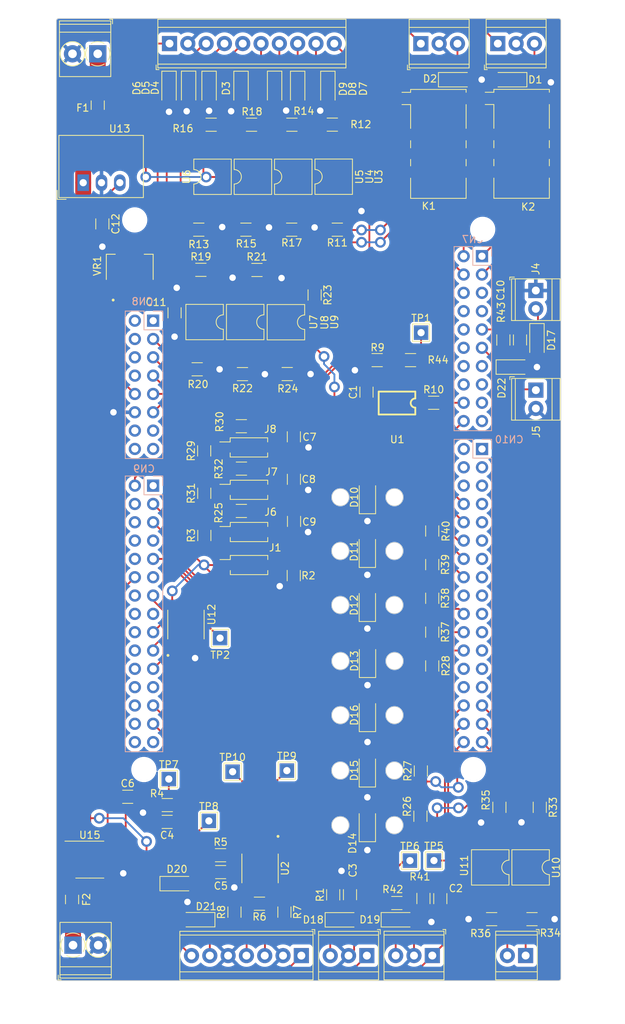
<source format=kicad_pcb>
(kicad_pcb (version 20221018) (generator pcbnew)
  (layers (0 "F.Cu" signal) (31 "B.Cu" power) (34 "B.Paste" user) (35 "F.Paste" user) (36 "B.SilkS" user "B.Silkscreen") (37 "F.SilkS" user "F.Silkscreen") (38 "B.Mask" user) (39 "F.Mask" user) (44 "Edge.Cuts" user))
  (net 0 "")
  (net 1 "+24V")
  (net 2 "GND")
  (net 3 "/STM32F439ZI/Abstandsmessung_MCU")
  (net 4 "/STM32F439ZI/Windrichtung_MCU")
  (net 5 "/Sensoren_Eingänge/RS485_RX_TX_NEG_1")
  (net 6 "/STM32F439ZI/Windgeschwindigkeit_MCU")
  (net 7 "/Sensoren_Eingänge/RS485_RX_TX_POS_1")
  (net 8 "Net-(U1A-+)")
  (net 9 "/Motor/Stromsensor_MCU")
  (net 10 "/STM32F439ZI/Kraftmessung_MCU")
  (net 11 "/Buttons_LEDS/MCU_Vorfahren")
  (net 12 "/Buttons_LEDS/MCU_Zurueckfahren")
  (net 13 "/Buttons_LEDS/MCU_Kalibrierung")
  (net 29 "/STM32F439ZI/Opt_Temperaturmessung")
  (net 44 "/STM32F439ZI/HOLD")
  (net 47 "/STM32F439ZI/SCK")
  (net 51 "/STM32F439ZI/CS")
  (net 53 "/STM32F439ZI/Opt_Analog_IN")
  (net 64 "/Optokoppler/Ext_Relais1_MCU")
  (net 65 "/Optokoppler/Ext_Relais2_MCU")
  (net 69 "/Buttons_LEDS/MCU_LED_Trimmen")
  (net 70 "/Buttons_LEDS/MCU_LED_Rollen")
  (net 71 "/Buttons_LEDS/MCU_LED_Kalibrierung")
  (net 72 "/Buttons_LEDS/MCU_LED_Stoerung")
  (net 73 "/Motor/IN0_OUT")
  (net 74 "/Motor/IN1_OUT")
  (net 75 "/Motor/IN2_OUT")
  (net 76 "/Motor/IN3_OUT")
  (net 77 "/Motor/OUT3_IN")
  (net 78 "/Motor/OUT2_IN")
  (net 79 "/Motor/OUT1_IN")
  (net 80 "Net-(D10-A)")
  (net 81 "Net-(D11-A)")
  (net 82 "Net-(D12-A)")
  (net 83 "Net-(D13-A)")
  (net 84 "Net-(Spannungsversorgung_1-Pin_1)")
  (net 85 "Net-(F2-Pad2)")
  (net 86 "/STM32F439ZI/IN1_MCU")
  (net 87 "/Optokoppler/IN1_MCU_IN")
  (net 88 "/STM32F439ZI/Endschalter_Vorne_MCU")
  (net 92 "/STM32F439ZI/IN0_MCU")
  (net 93 "/Optokoppler/IN0_MCU_IN")
  (net 94 "/STM32F439ZI/Endschalter_Hinten_MCU")
  (net 98 "/Motor/Drehzahl_Analog_OUT")
  (net 99 "+3.3V")
  (net 100 "/STM32F439ZI/Drehzahl_Analog_OUT")
  (net 101 "Net-(R11-Pad2)")
  (net 102 "/Optokoppler/IN3_MCU_IN")
  (net 103 "Net-(R13-Pad2)")
  (net 104 "/Optokoppler/IN2_MCU_IN")
  (net 105 "Net-(R15-Pad2)")
  (net 106 "Net-(R17-Pad2)")
  (net 107 "Net-(R19-Pad2)")
  (net 108 "/Optokoppler/OUT1_MCU")
  (net 109 "Net-(R21-Pad2)")
  (net 110 "/Optokoppler/OUT2_MCU")
  (net 111 "Net-(R23-Pad2)")
  (net 112 "/Optokoppler/OUT3_MCU")
  (net 114 "/Buttons_LEDS/MCU_LED_Manuell")
  (net 115 "/Buttons_LEDS/MCU_LED_Betrieb")
  (net 116 "/Buttons_LEDS/MCU_LED_PWR")
  (net 117 "/Buttons_LEDS/MCU_Switch")
  (net 118 "/Rx")
  (net 119 "/Enable")
  (net 120 "/Tx")
  (net 122 "Net-(Motor_Spannungsversorgung1-Pin_1)")
  (net 123 "/Endschalter/Endschalter_Vorne")
  (net 125 "/STM32F439ZI/MISO")
  (net 126 "/STM32F439ZI/MOSI")
  (net 128 "/Endschalter/Endschalter_Hinten")
  (net 129 "Net-(D14-A)")
  (net 130 "Net-(D15-A)")
  (net 131 "Net-(D16-A)")
  (net 132 "/Optokoppler/Ext_Relais1_OUT")
  (net 133 "/Optokoppler/Ext_Relais2_OUT")
  (net 134 "Net-(R33-Pad2)")
  (net 135 "Net-(R35-Pad2)")
  (net 140 "Net-(J6-Pin_1)")
  (net 141 "Net-(J7-Pin_1)")
  (net 142 "Net-(J8-Pin_1)")
  (net 143 "+5V")
  (net 148 "Net-(U1A--)")
  (net 150 "Net-(D19-K)")
  (footprint "LED_SMD:LED_1206_3216Metric" (layer "F.Cu") (at 147.1 135.91 90)
    (fp_text reference "D14")
    (fp_text value "LED_Gelb" hide)
  )
  (footprint "TestPoint:TestPoint_THTPad_2.0x2.0mm_Drill1.0mm" (layer "F.Cu") (at 128.405 128.495)
    (fp_text reference "TP10")
    (fp_text value "TestPoint" hide)
  )
  (footprint "TerminalBlock_TE-Connectivity:TerminalBlock_TE_282834-3_1x03_P2.54mm_Horizontal" (layer "F.Cu") (at 154.52 27.55)
    (fp_text reference "Endschalter_Hinten1" hide)
    (fp_text value "Conn_01x03_Pin" hide)
  )
  (footprint "TerminalBlock_TE-Connectivity:TerminalBlock_TE_282834-2_1x02_P2.54mm_Horizontal" (layer "F.Cu") (at 169.06 153.98 180)
    (fp_text reference "J3" hide)
    (fp_text value "Relais_Conn" hide)
  )
  (footprint "LM3940IMP-3.3_NOPB:VREG_LM3940IMP-3.3_NOPB" (layer "F.Cu") (at 114.13 58.5 90)
    (fp_text reference "VR1")
    (fp_text value "LM3940IMP-3.3/NOPB" hide)
  )
  (footprint "Capacitor_SMD:C_1206_3216Metric" (layer "F.Cu") (at 136.925 93.79 -90)
    (fp_text reference "C9")
    (fp_text value "220n" hide)
  )
  (footprint "Resistor_SMD:R_1206_3216Metric" (layer "F.Cu") (at 131.7825 58.93)
    (fp_text reference "R21")
    (fp_text value "2,2k" hide)
  )
  (footprint "Package_DIP:SMDIP-4_W7.62mm" (layer "F.Cu") (at 169.75 141.76 -90)
    (fp_text reference "U10")
    (fp_text value "LTV-817S" hide)
  )
  (footprint "Resistor_SMD:R_1206_3216Metric" (layer "F.Cu") (at 154.52 128.3925 90)
    (fp_text reference "R27")
    (fp_text value "120" hide)
  )
  (footprint "Resistor_SMD:R_1206_3216Metric" (layer "F.Cu") (at 129.63 86.47)
    (fp_text reference "R32")
    (fp_text value "36k" hide)
  )
  (footprint "Connector_PinHeader_2.54mm:PinHeader_2x01_P2.54mm_Vertical_SMD" (layer "F.Cu") (at 130.68 95.26)
    (fp_text reference "J6")
    (fp_text value "Conn_01x02_Pin" hide)
  )
  (footprint "Diode_SMD:D_SOD-123" (layer "F.Cu") (at 123.59 149.01 180)
    (fp_text reference "D21")
    (fp_text value "KDZVTR6.8B" hide)
  )
  (footprint "Resistor_SMD:R_1206_3216Metric" (layer "F.Cu") (at 156.1 109.14 -90)
    (fp_text reference "R37")
    (fp_text value "110" hide)
  )
  (footprint "TerminalBlock_TE-Connectivity:TerminalBlock_TE_282834-3_1x03_P2.54mm_Horizontal" (layer "F.Cu") (at 156.11 153.98 180)
    (fp_text reference "Kraftmessung1" hide)
    (fp_text value "Conn_01x04_Pin" hide)
  )
  (footprint "Diode_SMD:D_SOD-123" (layer "F.Cu") (at 119.58 33.73 -90)
    (fp_text reference "D6")
    (fp_text value "SMPJ5359B-TP" hide)
  )
  (footprint "Diode_SMD:D_SOD-123" (layer "F.Cu") (at 167.32 72.39)
    (fp_text reference "D22")
    (fp_text value "KDZVTR6.8B" hide)
  )
  (footprint "TestPoint:TestPoint_THTPad_2.0x2.0mm_Drill1.0mm" (layer "F.Cu") (at 126.66 109.97)
    (fp_text reference "TP2")
    (fp_text value "TestPoint" hide)
  )
  (footprint "Resistor_SMD:R_1206_3216Metric" (layer "F.Cu") (at 123.71 53.34 180)
    (fp_text reference "R13")
    (fp_text value "700" hide)
  )
  (footprint "Package_SO:SOIC-8_3.9x4.9mm_P1.27mm" (layer "F.Cu") (at 108.59 140.68)
    (fp_text reference "U15")
    (fp_text value "ACS724xLCTR-05AB" hide)
  )
  (footprint "LED_SMD:LED_1206_3216Metric" (layer "F.Cu") (at 147.1 105.38 90)
    (fp_text reference "D12")
    (fp_text value "LED_Gelb" hide)
  )
  (footprint "TestPoint:TestPoint_THTPad_2.0x2.0mm_Drill1.0mm" (layer "F.Cu") (at 153.01 140.82)
    (fp_text reference "TP6")
    (fp_text value "TestPoint" hide)
  )
  (footprint "Resistor_SMD:R_1206_3216Metric" (layer "F.Cu") (at 142.24 38.78 180)
    (fp_text reference "R12")
    (fp_text value "11k" hide)
  )
  (footprint "Resistor_SMD:R_1206_3216Metric" (layer "F.Cu") (at 123.4875 72.7)
    (fp_text reference "R20")
    (fp_text value "6,8k" hide)
  )
  (footprint "Resistor_SMD:R_1206_3216Metric" (layer "F.Cu") (at 136.885 101.3025 90)
    (fp_text reference "R2")
    (fp_text value "10k" hide)
  )
  (footprint "Resistor_SMD:R_1206_3216Metric" (layer "F.Cu") (at 142.93 53.34 180)
    (fp_text reference "R11")
    (fp_text value "700" hide)
  )
  (footprint "TerminalBlock_TE-Connectivity:TerminalBlock_TE_282834-7_1x07_P2.54mm_Horizontal" (layer "F.Cu") (at 137.94 153.99 180)
    (fp_text reference "Anenometer1" hide)
    (fp_text value "Conn_01x07_Pin" hide)
  )
  (footprint "TestPoint:TestPoint_THTPad_2.0x2.0mm_Drill1.0mm" (layer "F.Cu") (at 156.34 140.81)
    (fp_text reference "TP5")
    (fp_text value "TestPoint" hide)
  )
  (footprint "Resistor_SMD:R_1206_3216Metric" (layer "F.Cu") (at 156.3 77.34)
    (fp_text reference "R10")
    (fp_text value "240" hide)
  )
  (footprint "Resistor_SMD:R_1206_3216Metric" (layer "F.Cu") (at 131.0275 38.79 180)
    (fp_text reference "R18")
    (fp_text value "11k" hide)
  )
  (footprint "Resistor_SMD:R_1206_3216Metric" (layer "F.Cu") (at 154.88 146.07 -90)
    (fp_text reference "R42")
    (fp_text value "1000" hide)
  )
  (footprint "Diode_SMD:D_SOD-123" (layer "F.Cu") (at 129.57 33.7325 -90)
    (fp_text reference "D3")
    (fp_text value "SMPJ5359B-TP" hide)
  )
  (footprint "Connector_PinHeader_2.54mm:PinHeader_2x01_P2.54mm_Vertical_SMD" (layer "F.Cu") (at 130.685 99.84)
    (fp_text reference "J1")
    (fp_text value "Conn_01x02_Pin" hide)
  )
  (footprint "TerminalBlock_TE-Connectivity:TerminalBlock_TE_282834-2_1x02_P2.54mm_Horizontal" (layer "F.Cu") (at 170.4775 75.59 -90)
    (fp_text reference "J5")
    (fp_text value "Conn_01x02_Pin" hide)
  )
  (footprint "Resistor_SMD:R_1206_3216Metric" (layer "F.Cu") (at 125.4275 38.79 180)
    (fp_text reference "R16")
    (fp_text value "11k" hide)
  )
  (footprint "Fuse:Fuse_1206_3216Metric" (layer "F.Cu") (at 106.13 146.21 90)
    (fp_text reference "F2")
    (fp_text value "Fuse" hide)
  )
  (footprint "Package_DIP:SMDIP-4_W7.62mm" (layer "F.Cu") (at 125.62 46.01 90)
    (fp_text reference "U6")
    (fp_text value "LTV-817S" hide)
  )
  (footprint "Diode_SMD:D_SOD-123" (layer "F.Cu") (at 170.63 68.72 -90)
    (fp_text reference "D17")
    (fp_text value "KDZVTR6.8B" hide)
  )
  (footprint "Fuse:Fuse_1206_3216Metric" (layer "F.Cu") (at 109.69 36.08 -90)
    (fp_text reference "F1")
    (fp_text value "Fuse" hide)
  )
  (footprint "TerminalBlock_TE-Connectivity:TerminalBlock_TE_282834-2_1x02_P2.54mm_Horizontal" (layer "F.Cu") (at 170.47 61.78 -90)
    (fp_text reference "J4")
    (fp_text value "Conn_01x02_Pin" hide)
  )
  (footprint "Diode_SMD:D_SOD-123" (layer "F.Cu") (at 137.43 33.73 -90)
    (fp_text reference "D8")
    (fp_text value "SMPJ5359B-TP" hide)
  )
  (footprint "Relay_SMD:Relay_DPDT_Omron_G6S-2F" (layer "F.Cu") (at 168.55 41.49)
    (fp_text reference "K2")
    (fp_text value "G6S-2" hide)
  )
  (footprint "Diode_SMD:D_SOD-123" (layer "F.Cu") (at 143.6 149.03)
    (fp_text reference "D18")
    (fp_text value "KDZVTR6.8B" hide)
  )
  (footprint "" (layer "F.Cu") (at 114.82 51.99)
    (fp_text reference "")
    (fp_text value "")
  )
  (footprint "Connector_PinHeader_2.54mm:PinHeader_2x01_P2.54mm_Vertical_SMD" (layer "F.Cu") (at 130.675 89.41)
    (fp_text reference "J7")
    (fp_text value "Conn_01x02_Pin" hide)
  )
  (footprint "Capacitor_SMD:C_1206_3216Metric" (layer "F.Cu") (at 136.9 82.06 -90)
    (fp_text reference "C7")
    (fp_text value "220n" hide)
  )
  (footprint "Resistor_SMD:R_1206_3216Metric" (layer "F.Cu") (at 171.02 133.43 -90)
    (fp_text reference "R33")
    (fp_text value "700" hide)
  )
  (footprint "Package_DIP:SMDIP-4_W7.62mm" (layer "F.Cu") (at 136.82 46.01 90)
    (fp_text reference "U4")
    (fp_text value "LTV-817S" hide)
  )
  (footprint "Diode_SMD:D_SOD-123" (layer "F.Cu") (at 125.14 33.73 -90)
    (fp_text reference "D4")
    (fp_text value "SMPJ5359B-TP" hide)
  )
  (footprint "TerminalBlock_Phoenix:TerminalBlock_Phoenix_PT-1,5-2-3.5-H_1x02_P3.50mm_Horizontal" (layer "F.Cu") (at 109.69 28.96 180)
    (fp_text reference "Spannungsversorgung_1" hide)
    (fp_text value "Conn_01x02_Pin" hide)
  )
  (footprint "Resistor_SMD:R_1206_3216Metric" (layer "F.Cu") (at 129.77 73.37)
    (fp_text reference "R22")
    (fp_text value "6,8k" hide)
  )
  (footprint "Converter_DCDC:Converter_DCDC_RECOM_R-78E-0.5_THT" (layer "F.Cu") (at 107.673 46.83)
    (fp_text reference "U13")
    (fp_text value "R-78E-5.0-1.0" hide)
  )
  (footprint "Resistor_SMD:R_1206_3216Metric" (layer "F.Cu") (at 156.1 99.7775 -90)
    (fp_text reference "R39")
    (fp_text value "150" hide)
  )
  (footprint "TestPoint:TestPoint_THTPad_2.0x2.0mm_Drill1.0mm" (layer "F.Cu") (at 154.55 67.62)
    (fp_text reference "TP1")
    (fp_text value "TestPoint" hide)
  )
  (footprint "Capacitor_SMD:C_1206_3216Metric" (layer "F.Cu") (at 110.33 52.545 -90)
    (fp_text reference "C12")
    (fp_text value "0.47uF" hide)
  )
  (footprint "Resistor_SMD:R_1206_3216Metric" (layer "F.Cu") (at 119.34 133.12 180)
    (fp_text reference "R4")
    (fp_text value "150" hide)
  )
  (footprint "Diode_SMD:D_SOD-123" (layer "F.Cu") (at 141.62 33.7325 -90)
    (fp_text reference "D7")
    (fp_text value "SMPJ5359B-TP" hide)
  )
  (footprint "Capacitor_SMD:C_1206_3216Metric" (layer "F.Cu") (at 120.35 64.87 -90)
    (fp_text reference "C11")
    (fp_text value "33uF" hide)
  )
  (footprint "" (layer "F.Cu") (at 163.1 53.3)
    (fp_text reference "")
    (fp_text value "")
  )
  (footprint "TerminalBlock_TE-Connectivity:TerminalBlock_TE_282834-3_1x03_P2.54mm_Horizontal" (layer "F.Cu") (at 165.2 27.54)
    (fp_text reference "Endschalter_Vorne1" hide)
    (fp_text value "Conn_01x03_Pin" hide)
  )
  (footprint "Capacitor_SMD:C_1206_3216Metric" (layer "F.Cu") (at 146.98 75.87 90)
    (fp_text reference "C1")
    (fp_text value "22u")
  )
  (footprint "Capacitor_SMD:C_1206_3216Metric" (layer "F.Cu") (at 136.91 87.955 -90)
    (fp_text reference "C8")
    (fp_text value "220n" hide)
  )
  (footprint "LED_SMD:LED_1206_3216Metric" (layer "F.Cu") (at 147.1 97.89 90)
    (fp_text reference "D11")
    (fp_text value "LED_Green" hide)
  )
  (footprint "Package_DIP:SMDIP-4_W7.62mm" (layer "F.Cu") (at 124.52 66.15 -90)
    (fp_text reference "U7")
    (fp_text value "LTV-817S" hide)
  )
  (footprint "Resistor_SMD:R_1206_3216Metric" (layer "F.Cu") (at 126.7325 140.07)
    (fp_text reference "R5")
    (fp_text value "150" hide)
  )
  (footprint "Capacitor_SMD:C_1206_3216Metric" (layer "F.Cu") (at 113.85 131.97)
    (fp_text reference "C6")
    (fp_text value "22n" hide)
  )
  (footprint "Diode_SMD:D_SOD-123" (layer "F.Cu") (at 134.23 33.7225 -90)
    (fp_text reference "D9")
    (fp_text value "SMPJ5359B-TP" hide)
  )
  (footprint "Resistor_SMD:R_1206_3216Metric" (layer "F.Cu") (at 164.3425 148.935 180)
    (fp_text reference "R36")
    (fp_text value "11k" hide)
  )
  (footprint "Resistor_SMD:R_1206_3216Metric" (layer "F.Cu") (at 142.36 145.56 90)
    (fp_text reference "R1")
    (fp_text value "150" hide)
  )
  (footprint "LED_SMD:LED_1206_3216Metric" (layer "F.Cu") (at 147.1 128.33 90)
    (fp_text reference "D15")
    (fp_text value "LED_Gelb" hide)
  )
  (footprint "TerminalBlock_TE-Connectivity:TerminalBlock_TE_1-282834-0_1x10_P2.54mm_Horizontal" (layer "F.Cu") (at 119.65 27.54)
    (fp_text reference "Motor_Logik1" hide)
    (fp_text value "Conn_01x10_Pin" hide)
  )
  (footprint "Resistor_SMD:R_1206_3216Metric" (layer "F.Cu") (at 124.46 84.01 90)
    (fp_text reference "R29")
    (fp_text value "10k" hide)
  )
  (footprint "Resistor_SMD:R_1206_3216Metric" (layer "F.Cu") (at 129.6175 92.34)
    (fp_text reference "R25")
    (fp_text value "36k" hide)
  )
  (footprint "Resistor_SMD:R_1206_3216Metric" (layer "F.Cu") (at 135.98 73.36)
    (fp_text reference "R24")
    (fp_text value "6,8k" hide)
  )
  (footprint "Resistor_SMD:R_1206_3216Metric" (layer "F.Cu") (at 135.59 147.96 -90)
    (fp_text reference "R7")
    (fp_text value "750" hide)
  )
  (footprint "" (layer "F.Cu") (at 116.09 128.19)
    (fp_text reference "")
    (fp_text value "")
  )
  (footprint "TestPoint:TestPoint_THTPad_2.0x2.0mm_Drill1.0mm" (layer "F.Cu") (at 119.55 129.51)
    (fp_text reference "TP7")
    (fp_text value "TestPoint" hide)
  )
  (footprint "SOIC127P602X172-8N:SOIC127P602X172-8N" (layer "F.Cu") (at 121.93 108.09 90)
    (fp_text reference "U12")
    (fp_text value "FL25L16B" hide)
  )
  (footprint "TestPoint:TestPoint_THTPad_2.0x2.0mm_Drill1.0mm" (layer "F.Cu") (at 135.93 128.34)
    (fp_text reference "TP9")
    (fp_text value "TestPoint" hide)
  )
  (footprint "Resistor_SMD:R_1206_3216Metric" (layer "F.Cu") (at 132.13 146.79 180)
    (fp_text reference "R6")
    (fp_text value "120" hide)
  )
  (footprint "LED_SMD:LED_1206_3216Metric" (layer "F.Cu") (at 147.11 120.65 90)
    (fp_text reference "D16")
    (fp_text value "LED_Green" hide)
  )
  (footprint "Resistor_SMD:R_1206_3216Metric" (layer "F.Cu") (at 165.42 133.43 -90)
    (fp_text reference "R35")
    (fp_text value "700" hide)
  )
  (footprint "Resistor_SMD:R_1206_3216Metric" (layer "F.Cu") (at 154.46 134.6675 90)
    (fp_text reference "R26")
    (fp_text value "120" hide)
  )
  (footprint "Resistor_SMD:R_1206_3216Metric" (layer "F.Cu") (at 153.09 71.43 180)
    (fp_text reference "R44")
    (fp_text value "0" hide)
  )
  (footprint "Resistor_SMD:R_1206_3216Metric" (layer "F.Cu") (at 124 58.91)
    (fp_text reference "R19")
    (fp_text value "2,2k" hide)
  )
  (footprint "Package_DIP:SMDIP-4_W7.62mm" (layer "F.Cu") (at 164.15 141.76 -90)
    (fp_text reference "U11")
    (fp_text value "LTV-817S" hide)
  )
  (footprint "Resistor_SMD:R_1206_3216Metric" (layer "F.Cu") (at 128.66 147.96 90)
    (fp_text reference "R8")
    (fp_text value "750" hide)
  )
  (footprint "Resistor_SMD:R_1206_3216Metric" (layer "F.Cu") (at 151.19 146.7 180)
    (fp_text reference "R41")
    (fp_text value "2300" hide)
  )
  (footprint "Resistor_SMD:R_1206_3216Metric" (layer "F.Cu") (at 130.25 53.34 180)
    (fp_text reference "R15")
    (fp_text value "700" hide)
  )
  (footprint "TerminalBlock_Phoenix:TerminalBlock_Phoenix_PT-1,5-2-3.5-H_1x02_P3.50mm_Horizontal" (layer "F.Cu") (at 106.26 152.54)
    (fp_text reference "Motor_Spannungsversorgung1" hide)
    (fp_text value "Conn_01x02_Pin" hide)
  )
  (footprint "Resistor_SMD:R_1206_3216Metric" (layer "F.Cu") (at 169.94 148.935)
    (fp_text reference "R34")
    (fp_text value "11k" hide)
  )
  (footprint "Package_DIP:SMDIP-4_W7.62mm" (layer "F.Cu") (at 131.22 46.01 90)
    (fp_text reference "U5")
    (fp_text value "LTV-817S" hide)
  )
  (footprint "Resistor_SMD:R_1206_3216Metric" (layer "F.Cu") (at 139.78 62.4 -90)
    (fp_text reference "R23")
    (fp_text value "2,2k" hide)
  )
  (footprint "Resistor_SMD:R_1206_3216Metric" (layer "F.Cu") (at 124.48 95.74 90)
    (fp_text reference "R3")
    (fp_text value "10k" hide)
  )
  (footprint "LED_SMD:LED_1206_3216Metric" (layer "F.Cu") (at 147.12 113.15 90)
    (fp_text reference "D13")
    (fp_text value "LED_Red" hide)
  )
  (footprint "Package_DIP:SMDIP-4_W7.62mm" (layer "F.Cu") (at 135.8 66.17 -90)
    (fp_text reference "U9")
    (fp_text value "LTV-817S" hide)
  )
  (footprint "Diode_SMD:D_SOD-123" (layer "F.Cu") (at 122.3 33.72 -90)
    (fp_text reference "D5")
    (fp_text value "SMPJ5359B-TP" hide)
  )
  (footprint "Connector_PinHeader_2.54mm:PinHeader_2x01_P2.54mm_Vertical_SMD" (layer "F.Cu") (at 130.665 83.53)
    (fp_text reference "J8")
    (fp_text value "Conn_01x02_Pin" hide)
  )
  (footprint "TerminalBlock_TE-Connectivity:TerminalBlock_TE_282834-3_1x03_P2.54mm_Horizontal" (layer "F.Cu") (at 147.03 153.99 180)
    (fp_text reference "Abstandssensor1" hide)
    (fp_text value "Conn_01x03_Pin" hide)
  )
  (footprint "Capacitor_SMD:C_1206_3216Metric" (layer "F.Cu") (at 157.22 146.09 -90)
    (fp_text reference "C2")
    (fp_text value "22n" hide)
  )
  (footprint "Diode_SMD:D_SOD-123" (layer "F.Cu") (at 151.3725 149.02)
    (fp_text reference "D19")
    (fp_text value "KDZVTR6.8B" hide)
  )
  (footprint "Diode_SMD:D_SOD-123" (layer "F.Cu") (at 166.8775 32.55 180)
    (fp_text reference "D1")
    (fp_text value "SMBJ5359B-TP" hide)
  )
  (footprint "Resistor_SMD:R_1206_3216Metric" (layer "F.Cu") (at 129.6125 80.59)
    (fp_text reference "R30")
    (fp_text value "36k" hide)
  )
  (footprint "LED_SMD:LED_1206_3216Metric" (layer "F.Cu") (at 147.11 90.44 90)
    (fp_text reference "D10")
    (fp_text value "LED_Green" hide)
  )
  (footprint "Package_DIP:SMDIP-4_W7.62mm" (layer "F.Cu") (at 142.43 46 90)
    (fp_text reference "U3")
    (fp_text value "LTV-817S" hide)
  )
  (footprint "Diode_SMD:D_SOD-123" (layer "F.Cu") (at 120.68 144.01)
    (fp_text reference "D20")
    (fp_text value "KDZVTR6.8B" hide)
  )
  (footprint "" (layer "F.Cu") (at 161.8 128.2)
    (fp_text reference "")
    (fp_text value "")
  )
  (footprint "Resistor_SMD:R_1206_3216Metric" (layer "F.Cu") (at 156.1 113.83 -90)
    (fp_text reference "R28")
    (fp_text value "150" hide)
  )
  (footprint "Diode_SMD:D_SOD-123" (layer "F.Cu") (at 159.3225 32.55)
    (fp_text reference "D2")
    (fp_text value "SMPJ5359B-TP" hide)
  )
  (footprint "Resistor_SMD:R_1206_3216Metric" (layer "F.Cu") (at 136.63 38.79 180)
    (fp_text reference "R14")
    (fp_text value "11k" hide)
  )
  (footprint "Capacitor_SMD:C_1206_3216Metric" (layer "F.Cu") (at 126.745 142.41)
    (fp_text reference "C5")
    (fp_text value "22n" hide)
  )
  (footprint "Resistor_SMD:R_1206_3216Metric" (layer "F.Cu") (at 156.1 104.4475 90)
    (fp_text reference "R38")
    (fp_text value "120" hide)
  )
  (footprint "Relay_SMD:Relay_DPDT_Omron_G6S-2F" (layer "F.Cu") (at 157 41.5)
    (fp_text reference "K1")
    (fp_text value "G6S-2" hide)
  )
  (footprint "Resistor_SMD:R_1206_3216Metric" (layer "F.Cu") (at 136.6 53.34 180)
    (fp_text reference "R17")
    (fp_text value "700" hide)
  )
  (footprint "Resistor_SMD:R_1206_3216Metric" (layer "F.Cu") (at 156.1 95.12 90)
    (fp_text reference "R40")
    (fp_text value "150" hide)
  )
  (footprint "MAX3485CSA_T:SOIC127P600X175-8N" (layer "F.Cu") (at 132.21 141.9 -90)
    (fp_text reference "U2")
    (fp_text value "MAX3485" hide)
  )
  (footprint "Capacitor_SMD:C_1206_3216Metric" (layer "F.Cu") (at 119.32 135.45 180)
    (fp_text reference "C4")
    (fp_text value "22n" hide)
  )
  (footprint "Resistor_SMD:R_1206_3216Metric" (layer "F.Cu") (at 124.47 89.89 90)
    (fp_text reference "R31")
    (fp_text value "10k" hide)
  )
  (footprint "Resistor_SMD:R_1206_3216Metric" (layer "F.Cu") (at 148.46 71.43 180)
    (fp_text reference "R9")
    (fp_text value "10k" hide)
  )
  (footprint "Package_DIP:SMDIP-4_W7.62mm" (layer "F.Cu") (at 130.15 66.15 -90)
    (fp_text reference "U8")
    (fp_text value "LTV-817S" hide)
  )
  (footprint "Capacitor_SMD:C_1206_3216Metric" (layer "F.Cu") (at 168.28 68.63 -90)
    (fp_text reference "C10")
    (fp_text value "22n" hide)
  )
  (footprint "LM2904:SO08" (layer "F.Cu") (at 151.21 77.38 180)
    (fp_text reference "U1")
    (fp_text value "LM2904")
  )
  (footprint "Resistor_SMD:R_1206_3216Metric" (layer "F.Cu") (at 165.97 68.64 -90)
    (fp_text reference "R43")
    (fp_text value "150" hide)
  )
  (footprint "TestPoint:TestPoint_THTPad_2.0x2.0mm_Drill1.0mm" (layer "F.Cu") (at 125.11 135.31)
    (fp_text reference "TP8")
    (fp_text value "TestPoint" hide)
  )
  (footprint "Capacitor_SMD:C_1206_3216Metric" (layer "F.Cu") (at 144.69 145.5425 90)
    (fp_text reference "C3")
    (fp_text value "22n" hide)
  )
  (footprint "Connector_PinHeader_2.54mm:PinHeader_2x10_P2.54mm_Vertical" (layer "B.Cu") (at 163 57.02 180)
    (fp_text reference "CN7")
    (fp_text value "Conn_02x10_Odd_Even" hide)
  )
  (footprint "Connector_PinHeader_2.54mm:PinHeader_2x17_P2.54mm_Vertical" (layer "B.Cu") (at 163.01 83.75 180)
    (fp_text reference "CN10")
    (fp_text value "Conn_02x17_Odd_Even" hide)
  )
  (footprint "Connector_PinHeader_2.54mm:PinHeader_2x08_P2.54mm_Vertical" (layer "B.Cu") (at 117.38 65.96 180)
    (fp_text reference "CN8")
    (fp_text value "Conn_02x08_Odd_Even" hide)
  )
  (footprint "Connector_PinHeader_2.54mm:PinHeader_2x15_P2.54mm_Vertical" (layer "B.Cu") (at 117.38 88.83 180)
    (fp_text reference "CN9")
    (fp_text value "Conn_02x15_Odd_Even" hide)
  )
  (gr_circle (center 143.36 90.44) (end 144.56 90.44) (stroke (width 0.1)) (fill none) (layer "Edge.Cuts"))
  (gr_circle (center 150.87 113.15) (end 152.07 113.15) (stroke (width 0.1)) (fill none) (layer "Edge.Cuts"))
  (gr_line (start 173.64 24.06) (end 104.25 24.06) (stroke (width 0.1)) (layer "Edge.Cuts"))
  (gr_circle (center 143.35 97.89) (end 144.55 97.89) (stroke (width 0.1)) (fill none) (layer "Edge.Cuts"))
  (gr_circle (center 150.86 120.65) (end 152.06 120.65) (stroke (width 0.1)) (fill none) (layer "Edge.Cuts"))
  (gr_line (start 173.95 157.15) (end 173.95 24.36) (stroke (width 0.1)) (layer "Edge.Cuts"))
  (gr_circle (center 143.35 128.33) (end 144.55 128.33) (stroke (width 0.1)) (fill none) (layer "Edge.Cuts"))
  (gr_circle (center 150.86 90.44) (end 152.06 90.44) (stroke (width 0.1)) (fill none) (layer "Edge.Cuts"))
  (gr_arc (start 173.64 24.06) (mid 173.858555 24.144196) (end 173.949994 24.359833) (stroke (width 0.1)) (layer "Edge.Cuts"))
  (gr_circle (center 143.37 113.15) (end 144.57 113.15) (stroke (width 0.1)) (fill none) (layer "Edge.Cuts"))
  (gr_line (start 104.26 157.46) (end 173.65 157.46) (stroke (width 0.1)) (layer "Edge.Cuts"))
  (gr_circle (center 143.35 135.91) (end 144.55 135.91) (stroke (width 0.1)) (fill none) (layer "Edge.Cuts"))
  (gr_circle (center 143.35 105.38) (end 144.55 105.38) (stroke (width 0.1)) (fill none) (layer "Edge.Cuts"))
  (gr_line (start 103.95 157.16) (end 103.95 24.36) (stroke (width 0.1)) (layer "Edge.Cuts"))
  (gr_arc (start 104.26 157.46) (mid 104.035157 157.382861) (end 103.950095 157.160884) (stroke (width 0.1)) (layer "Edge.Cuts"))
  (gr_circle (center 150.85 105.38) (end 152.05 105.38) (stroke (width 0.1)) (fill none) (layer "Edge.Cuts"))
  (gr_circle (center 150.85 128.33) (end 152.05 128.33) (stroke (width 0.1)) (fill none) (layer "Edge.Cuts"))
  (gr_circle (center 143.36 120.65) (end 144.56 120.65) (stroke (width 0.1)) (fill none) (layer "Edge.Cuts"))
  (gr_arc (start 173.949999 157.15) (mid 173.865756 157.368684) (end 173.65 157.460166) (stroke (width 0.1)) (layer "Edge.Cuts"))
  (gr_circle (center 150.85 97.89) (end 152.05 97.89) (stroke (width 0.1)) (fill none) (layer "Edge.Cuts"))
  (gr_arc (start 103.950001 24.36) (mid 104.044319 24.15507) (end 104.25017 24.062724) (stroke (width 0.1)) (layer "Edge.Cuts"))
  (gr_circle (center 150.85 135.91) (end 152.05 135.91) (stroke (width 0.1)) (fill none) (layer "Edge.Cuts"))
  (segment (start 159.83 150.26) (end 159.83 145.97) (width 0.25) (layer "F.Cu") (net 1))
  (segment (start 110.31 37.48) (end 115.06 32.73) (width 0.25) (layer "F.Cu") (net 1))
  (segment (start 171.02 145.57) (end 169.55 144.1) (width 0.25) (layer "F.Cu") (net 1))
  (segment (start 115.06 32.73) (end 115.06 28.48) (width 0.25) (layer "F.Cu") (net 1))
  (segment (start 116.46 152.74) (end 119.97 156.25) (width 0.25) (layer "F.Cu") (net 1))
  (segment (start 165.42 145) (end 164.52 144.1) (width 0.25) (layer "F.Cu") (net 1))
  (segment (start 156.11 153.98) (end 159.83 150.26) (width 0.25) (layer "F.Cu") (net 1))
  (segment (start 159.83 145.97) (end 161.7 144.1) (width 0.25) (layer "F.Cu") (net 1))
  (segment (start 107.673 40.117) (end 107.673 46.83) (width 2.2) (layer "F.Cu") (net 1))
  (segment (start 109.9 134.94) (end 107.693 134.94) (width 0.25) (layer "F.Cu") (net 1))
  (segment (start 131.71 46.04) (end 135.55 42.2) (width 0.25) (layer "F.Cu") (net 1))
  (segment (start 165.2 27.54) (end 162.92 25.26) (width 0.25) (layer "F.Cu") (net 1))
  (segment (start 161.7 144.1) (end 164.52 144.1) (width 0.25) (layer "F.Cu") (net 1))
  (segment (start 119.97 156.25) (end 135.68 156.25) (width 0.25) (layer "F.Cu") (net 1))
  (segment (start 153.85 156.25) (end 156.11 153.99) (width 0.25) (layer "F.Cu") (net 1))
  (segment (start 109.69 37.48) (end 111.51 37.48) (width 0.25) (layer "F.Cu") (net 1))
  (segment (start 156.11 153.99) (end 156.11 153.98) (width 0.25) (layer "F.Cu") (net 1))
  (segment (start 115.06 28.48) (end 116 27.54) (width 0.25) (layer "F.Cu") (net 1))
  (segment (start 131.71 46.04) (end 137.31 46.04) (width 0.25) (layer "F.Cu") (net 1))
  (segment (start 152.23 25.26) (end 154.52 27.55) (width 0.25) (layer "F.Cu") (net 1))
  (segment (start 119.65 27.54) (end 116 27.54) (width 0.25) (layer "F.Cu") (net 1))
  (segment (start 135.68 156.25) (end 137.94 153.99) (width 0.25) (layer "F.Cu") (net 1))
  (segment (start 126.11 46.04) (end 131.71 46.04) (width 0.25) (layer "F.Cu") (net 1))
  (segment (start 118.28 25.26) (end 152.23 25.26) (width 0.25) (layer "F.Cu") (net 1))
  (segment (start 144.77 156.25) (end 147.03 153.99) (width 0.25) (layer "F.Cu") (net 1))
  (segment (start 106.115 138.775) (end 106.89 138) (width 2.2) (layer "F.Cu") (net 1))
  (segment (start 116.46 138.16) (end 116.46 152.74) (width 0.25) (layer "F.Cu") (net 1))
  (segment (start 116.36 42.33) (end 116.36 46.04) (width 0.25) (layer "F.Cu") (net 1))
  (segment (start 111.51 37.48) (end 116.36 42.33) (width 0.25) (layer "F.Cu") (net 1))
  (segment (start 109.69 38.1) (end 107.673 40.117) (width 2.2) (layer "F.Cu") (net 1))
  (segment (start 116 27.54) (end 118.28 25.26) (width 0.25) (layer "F.Cu") (net 1))
  (segment (start 107.693 134.94) (end 107.673 134.92) (width 0.25) (layer "F.Cu") (net 1))
  (segment (start 107.673 134.92) (end 107.673 46.83) (width 2.2) (layer "F.Cu") (net 1))
  (segment (start 126.11 46.04) (end 129.95 42.2) (width 0.25) (layer "F.Cu") (net 1))
  (segment (start 137.31 46.04) (end 141.16 42.19) (width 0.25) (layer "F.Cu") (net 1))
  (segment (start 162.92 25.26) (end 152.23 25.26) (width 0.25) (layer "F.Cu") (net 1))
  (segment (start 124.35 45.66) (end 124.35 42.2) (width 0.25) (layer "F.Cu") (net 1))
  (segment (start 144.77 156.25) (end 153.85 156.25) (width 0.25) (layer "F.Cu") (net 1))
  (segment (start 124.73 46.04) (end 126.11 46.04) (width 0.25) (layer "F.Cu") (net 1))
  (segment (start 109.69 37.48) (end 110.31 37.48) (width 0.25) (layer "F.Cu") (net 1))
  (segment (start 124.73 46.04) (end 124.35 45.66) (width 0.25) (layer "F.Cu") (net 1))
  (segment (start 169.55 144.1) (end 164.52 144.1) (width 0.25) (layer "F.Cu") (net 1))
  (segment (start 107.673 137.217) (end 107.673 134.92) (width 2.2) (layer "F.Cu") (net 1))
  (segment (start 106.115 138.775) (end 107.673 137.217) (width 2.2) (layer "F.Cu") (net 1))
  (segment (start 165.42 145.57) (end 165.42 145) (width 0.25) (layer "F.Cu") (net 1))
  (segment (start 109.69 37.48) (end 109.69 38.1) (width 2.2) (layer "F.Cu") (net 1))
  (segment (start 135.68 156.25) (end 144.77 156.25) (width 0.25) (layer "F.Cu") (net 1))
  (via (at 116.36 46.04) (size 1.5) (drill 0.9) (layers "F.Cu" "B.Cu") (net 1))
  (via (at 124.73 46.04) (size 1.5) (drill 0.9) (layers "F.Cu" "B.Cu") (net 1))
  (via (at 116.46 138.16) (size 1.5) (drill 0.9) (layers "F.Cu" "B.Cu") (net 1))
  (via (at 109.9 134.94) (size 1.5) (drill 0.9) (layers "F.Cu" "B.Cu") (net 1))
  (segment (start 124.73 46.04) (end 116.36 46.04) (width 0.25) (layer "B.Cu") (net 1))
  (segment (start 116.46 138.16) (end 113.24 134.94) (width 0.25) (layer "B.Cu") (net 1))
  (segment (start 113.24 134.94) (end 109.9 134.94) (width 0.25) (layer "B.Cu") (net 1))
  (segment (start 147.1 108.64) (end 147.1 106.78) (width 0.25) (layer "F.Cu") (net 2))
  (segment (start 134.94 102.77) (end 136.88 102.77) (width 0.25) (layer "F.Cu") (net 2))
  (segment (start 145.26 153.22) (end 145.26 149.04) (width 0.25) (layer "F.Cu") (net 2))
  (segment (start 147.1 101.2) (end 147.1 99.29) (width 0.25) (layer "F.Cu") (net 2))
  (segment (start 138.09 50.78) (end 139.78 52.47) (width 0.25) (layer "F.Cu") (net 2))
  (segment (start 146.9975 71.43) (end 146.77 71.43) (width 0.25) (layer "F.Cu") (net 2))
  (segment (start 146.98 74.395) (end 149.1775 74.395) (width 0.25) (layer "F.Cu") (net 2))
  (segment (start 124.95 72.7) (end 126.5975 72.7) (width 0.25) (layer "F.Cu") (net 2))
  (segment (start 110.33 54.02) (end 110.33 55.7) (width 0.25) (layer "F.Cu") (net 2))
  (segment (start 122.030353 35.639647) (end 122.3 35.37) (width 0.25) (layer "F.Cu") (net 2))
  (segment (start 135.83 38.1275) (end 135.1675 38.79) (width 0.25) (layer "F.Cu") (net 2))
  (segment (start 168.48 137.95) (end 168.48 135.51) (width 0.25) (layer "F.Cu") (net 2))
  (segment (start 120.65 61.4) (end 122.31 61.4) (width 0.25) (layer "F.Cu") (net 2))
  (segment (start 146.98 74.395) (end 146.935 74.395) (width 0.25) (layer "F.Cu") (net 2))
  (segment (start 121.93 146.7575) (end 122.1375 146.55) (width 0.25) (layer "F.Cu") (net 2))
  (segment (start 165.2175 32.54) (end 165.2275 32.55) (width 0.25) (layer "F.Cu") (net 2))
  (segment (start 160.9825 32.54) (end 160.9725 32.55) (width 0.25) (layer "F.Cu") (net 2))
  (segment (start 134.3725 35.3725) (end 135.83 36.83) (width 0.25) (layer "F.Cu") (net 2))
  (segment (start 121.94 149.01) (end 121.93 149) (width 0.25) (layer "F.Cu") (net 2))
  (segment (start 140.56 36.84) (end 140.56 36.4425) (width 0.25) (layer "F.Cu") (net 2))
  (segment (start 136.93 95.27) (end 136.925 95.265) (width 0.25) (layer "F.Cu") (net 2))
  (segment (start 145.33 49.81) (end 143.7 49.81) (width 0.25) (layer "F.Cu") (net 2))
  (segment (start 137.28 35.38) (end 135.83 36.83) (width 0.25) (layer "F.Cu") (net 2))
  (segment (start 162.96 32.54) (end 162.96 33.19) (width 0.25) (layer "F.Cu") (net 2))
  (segment (start 119.58 37) (end 119.58 35.38) (width 0.25) (layer "F.Cu") (net 2))
  (segment (start 128.64 144.54) (end 130.14 144.54) (width 0.25) (layer "F.Cu") (net 2))
  (segment (start 136.92 95.26) (end 136.925 95.265) (width 0.25) (layer "F.Cu") (net 2))
  (segment (start 136.895 83.53) (end 136.9 83.535) (width 0.25) (layer "F.Cu") (net 2))
  (segment (start 146.77 71.43) (end 145.37 72.83) (width 0.25) (layer "F.Cu") (net 2))
  (segment (start 136.905 83.53) (end 136.9 83.535) (width 0.25) (layer "F.Cu") (net 2))
  (segment (start 114.13 58.75) (end 118 58.75) (width 0.25) (layer "F.Cu") (net 2))
  (segment (start 126.89 52.91) (end 126.96 52.98) (width 0.25) (layer "F.Cu") (net 2))
  (segment (start 128.22 140.095) (end 128.195 140.07) (width 0.25) (layer "F.Cu") (net 2))
  (segment (start 136.88 102.77) (end 136.885 102.765) (width 0.25) (layer "F.Cu") (net 2))
  (segment (start 122.1375 146.55) (end 122.33 146.3575) (width 0.25) (layer "F.Cu") (net 2))
  (segment (start 149.1775 74.395) (end 149.305 74.5225) (width 0.25) (layer "F.Cu") (net 2))
  (segment (start 117.23 135.45) (end 117.845 135.45) (width 0.25) (layer "F.Cu") (net 2))
  (segment (start 114.13 58.75) (end 114.13 55.6) (width 0.25) (layer "F.Cu") (net 2))
  (segment (start 125.14 37.615) (end 123.965 38.79) (width 0.25) (layer "F.Cu") (net 2))
  (segment (start 165.97 70.1025) (end 168.2775 70.1025) (width 0.25) (layer "F.Cu") (net 2))
  (segment (start 147.1 132.04) (end 147.1 129.73) (width 0.25) (layer "F.Cu") (net 2))
  (segment (start 135.83 36.83) (end 135.83 38.1275) (width 0.25) (layer "F.Cu") (net 2))
  (segment (start 128.64 144.54) (end 128.64 146.4775) (width 0.25) (layer "F.Cu") (net 2))
  (segment (start 147.12 116.49) (end 147.12 114.55) (width 0.25) (layer "F.Cu") (net 2))
  (segment (start 111.07 142.58) (end 111.065 142.585) (width 0.25) (layer "F.Cu") (net 2))
  (segment (start 134.53 60.71) (end 135.19 60.05) (width 0.25) (layer "F.Cu") (net 2))
  (segment (start 113.23 142.58) (end 111.07 142.58) (width 0.25) (layer "F.Cu") (net 2))
  (segment (start 122.31 61.4) (end 123.25 62.34) (width 0.25) (layer "F.Cu") (net 2))
  (segment (start 161.14 148.93) (end 162.875 148.93) (width 0.25) (layer "F.Cu") (net 2))
  (segment (start 128.64 146.4775) (end 128.66 146.4975) (width 0.25) (layer "F.Cu") (net 2))
  (segment (start 168.2775 70.1025) (end 168.28 70.105) (width 0.25) (layer "F.Cu") (net 2))
  (segment (start 157.22 148.08) (end 155.98 149.32) (width 0.25) (layer "F.Cu") (net 2))
  (segment (start 139.78 52.47) (end 139.78 53.03) (width 0.25) (layer "F.Cu") (net 2))
  (segment (start 131.2325 73.37) (end 132.87 73.37) (width 0.25) (layer "F.Cu") (net 2))
  (segment (start 121.93 149) (end 121.93 146.7575) (width 0.25) (layer "F.Cu") (net 2))
  (segment (start 122.1375 146.55) (end 121.915 146.7725) (width 0.25) (layer "F.Cu") (net 2))
  (segment (start 142.36 143.3925) (end 143.51 142.2425) (width 0.25) (layer "F.Cu") (net 2))
  (segment (start 144.49 153.99) (end 145.26 153.22) (width 0.25) (layer "F.Cu") (net 2))
  (segment (start 162.875 148.93) (end 162.88 148.935) (width 0.25) (layer "F.Cu") (net 2))
  (segment (start 140.56 36.84) (end 140.56 38.5625) (width 0.25) (layer "F.Cu") (net 2))
  (segment (start 128.64 144.54) (end 128.64 142.83) (width 0.25) (layer "F.Cu") (net 2))
  (segment (start 123.2 111.36) (end 122.565 110.725) (width 0.25) (layer "F.Cu") (net 2))
  (segment (start 153.57 149.5675) (end 153.57 153.98) (width 0.25) (layer "F.Cu") (net 2))
  (segment (start 114.84 78.66) (end 111.87 78.66) (width 0.25) (layer "F.Cu") (net 2))
  (segment (start 123.835 110.725) (end 123.2 111.36) (width 0.25) (layer "F.Cu") (net 2))
  (segment (start 114.13 61.4) (end 114.13 58.75) (width 0.25) (layer "F.Cu") (net 2))
  (segment (start 168.28 70.105) (end 170.365 70.105) (width 0.25) (layer "F.Cu") (net 2))
  (segment (start 162.88 137.95) (end 162.88 135.54) (width 0.25) (layer "F.Cu") (net 2))
  (segment (start 130.14 144.54) (end 130.305 144.375) (width 0.25) (layer "F.Cu") (net 2))
  (segment (start 147.11 93.74) (end 147.11 91.84) (width 0.25) (layer "F.Cu") (net 2))
  (segment (start 139.22 73.36) (end 137.4425 73.36) (width 0.25) (layer "F.Cu") (net 2))
  (segment (start 146.28 50.76) (end 145.33 49.81) (width 0.25) (layer "F.Cu") (net 2))
  (segment (start 154.88 147.5325) (end 154.88 148.22) (width 0.25) (layer "F.Cu") (net 2))
  (segment (start 126.89 49.82) (end 126.89 52.91) (width 0.25) (layer "F.Cu") (net 2))
  (segment (start 128.2 37.425) (end 129.565 38.79) (width 0.25) (layer "F.Cu") (net 2))
  (segment (start 132.49 52.07) (end 132.49 49.82) (width 0.25) (layer "F.Cu") (net 2))
  (segment (start 147.1 139.36) (end 147.1 137.31) (width 0.25) (layer "F.Cu") (net 2))
  (segment (start 128.22 142.41) (end 128.22 140.095) (width 0.25) (layer "F.Cu") (net 2))
  (segment (start 172.56 32.91) (end 172.56 35.13) (width 0.25) (layer "F.Cu") (net 2))
  (segment (start 122.33 146.3575) (end 122.33 144.01) (width 0.25) (layer "F.Cu") (net 2))
  (segment (start 128.88 62.34) (end 128.88 60.48) (width 0.25) (layer "F.Cu") (net 2))
  (segment (start 136.89 89.41) (end 136.91 89.43) (width 0.25) (layer "F.Cu") (net 2))
  (segment (start 153.0225 149.02) (end 153.57 149.5675) (width 0.25) (layer "F.Cu") (net 2))
  (segment (start 120.35 68.18) (end 120.35 66.345) (width 0.25) (layer "F.Cu") (net 2))
  (segment (start 138.93 83.53) (end 136.905 83.53) (width 0.25) (layer "F.Cu") (net 2))
  (segment (start 173.08 148.93) (end 171.4075 148.93) (width 0.25) (layer "F.Cu") (net 2))
  (segment (start 129.57 35.55) (end 128.2 36.92) (width 0.25) (layer "F.Cu") (net 2))
  (segment (start 120.65 61.4) (end 118 58.75) (width 0.25) (layer "F.Cu") (net 2))
  (segment (start 117.02 133.12) (end 117.8775 133.12) (width 0.25) (layer "F.Cu") (net 2))
  (segment (start 129.57 35.3825) (end 129.57 35.55) (width 0.25) (layer "F.Cu") (net 2))
  (segment (start 154.88 148.22) (end 155.98 149.32) (width 0.25) (layer "F.Cu") (net 2))
  (segment (start 115.97 134.17) (end 115.97 134.19) (width 0.25) (layer "F.Cu") (net 2))
  (segment (start 123.2 112.74) (end 123.2 111.36) (width 0.25) (layer "F.Cu") (net 2))
  (segment (start 162.96 32.54) (end 160.9825 32.54) (width 0.25) (layer "F.Cu") (net 2))
  (segment (start 138.09 49.82) (end 138.09 50.78) (width 0.25) (layer "F.Cu") (net 2))
  (segment (start 133.45 53.03) (end 132.49 52.07) (width 0.25) (layer "F.Cu") (net 2))
  (segment (start 142.36 144.0975) (end 142.36 143.3925) (width 0.25) (layer "F.Cu") (net 2))
  (segment (start 132.87 73.37) (end 132.88 73.38) (width 0.25) (layer "F.Cu") (net 2))
  (segment (start 170.365 70.105) (end 170.63 70.37) (width 0.25) (layer "F.Cu") (net 2))
  (segment (start 115.97 134.19) (end 117.23 135.45) (width 0.25) (layer "F.Cu") (net 2))
  (segment (start 170.63 72.39) (end 170.63 70.37) (width 0.25) (layer "F.Cu") (net 2))
  (segment (start 128.64 142.83) (end 128.22 142.41) (width 0.25) (layer "F.Cu") (net 2))
  (segment (start 157.22 147.565) (end 157.22 148.08) (width 0.25) (layer "F.Cu") (net 2))
  (segment (start 146.935 74.395) (end 145.37 72.83) (width 0.25) (layer "F.Cu") (net 2))
  (segment (start 134.23 35.3725) (end 134.3725 35.3725) (width 0.25) (layer "F.Cu") (net 2))
  (segment (start 128.88 60.48) (end 128.4 60) (width 0.25) (layer "F.Cu") (net 2))
  (segment (start 145.26 149.04) (end 145.25 149.03) (width 0.25) (layer "F.Cu") (net 2))
  (segment (start 172.56 35.13) (end 172.55 35.14) (width 0.25) (layer "F.Cu") (net 2))
  (segment (start 171.4075 148.93) (end 171.4025 148.935) (width 0.25) (layer "F.Cu") (net 2))
  (segment (start 115.97 134.17) (end 115.97 132.615) (width 0.25) (layer "F.Cu") (net 2))
  (segment (start 144.69 144.0675) (end 144.69 143.4225) (width 0.25) (layer "F.Cu") (net 2))
  (segment (start 162.96 32.54) (end 165.2175 32.54) (width 0.25) (layer "F.Cu") (net 2))
  (segment (start 144.69 143.4225) (end 143.51 142.2425) (width 0.25) (layer "F.Cu") (net 2))
  (segment (start 133.19 83.53) (end 136.895 83.53) (width 0.25) (layer "F.Cu") (net 2))
  (segment (start 147.12 124.38) (end 147.12 122.06) (width 0.25) (layer "F.Cu") (net 2))
  (segment (start 133.2 89.41) (end 136.89 89.41) (width 0.25) (layer "F.Cu") (net 2))
  (segment (start 147.12 122.06) (end 147.11 122.05) (width 0.25) (layer "F.Cu") (net 2))
  (segment (start 115.97 134.17) (end 117.02 133.12) (width 0.25) (layer "F.Cu") (net 2))
  (segment (start 133.205 95.26) (end 136.92 95.26) (width 0.25) (layer "F.Cu") (net 2))
  (segment (start 138.89 89.43) (end 136.91 89.43) (width 0.25) (layer "F.Cu") (net 2))
  (segment (start 115.97 132.615) (end 115.325 131.97) (width 0.25) (layer "F.Cu") (net 2))
  (segment (start 125.14 36.86) (end 125.14 35.38) (width 0.25) (layer "F.Cu") (net 2))
  (segment (start 137.43 35.38) (end 137.28 35.38) (width 0.25) (layer "F.Cu") (net 2))
  (segment (start 134.53 62.36) (end 134.53 60.71) (width 0.25) (layer "F.Cu") (net 2))
  (segment (start 170.63 72.39) (end 168.97 72.39) (width 0.25) (layer "F.Cu") (net 2))
  (segment (start 140.56 38.5625) (end 140.7775 38.78) (width 0.25) (layer "F.Cu") (net 2))
  (segment (start 140.56 36.4425) (end 141.62 35.3825) (width 0.25) (layer "F.Cu") (net 2))
  (segment (start 122.030353 36.920353) (end 122.030353 35.639647) (width 0.25) (layer "F.Cu") (net 2))
  (segment (start 162.96 33.19) (end 161 35.15) (width 0.25) (layer "F.Cu") (net 2))
  (segment (start 138.87 95.27) (end 136.93 95.27) (width 0.25) (layer "F.Cu") (net 2))
  (segment (start 125.14 36.86) (end 125.14 37.615) (width 0.25) (layer "F.Cu") (net 2))
  (segment (start 128.2 36.92) (end 128.2 37.425) (width 0.25) (layer "F.Cu") (net 2))
  (via (at 168.48 135.51) (size 1.5) (drill 0.9) (layers "F.Cu" "B.Cu") (net 2))
  (via (at 147.11 93.74) (size 1.5) (drill 0.9) (layers "F.Cu" "B.Cu") (net 2))
  (via (at 147.12 116.49) (size 1.5) (drill 0.9) (layers "F.Cu" "B.Cu") (net 2))
  (via (at 147.1 139.36) (size 1.5) (drill 0.9) (layers "F.Cu" "B.Cu") (net 2))
  (via (at 133.45 53.03) (size 1.5) (drill 0.9) (layers "F.Cu" "B.Cu") (net 2))
  (via (at 111.87 78.66) (size 1.5) (drill 0.9) (layers "F.Cu" "B.Cu") (net 2))
  (via (at 128.2 36.92) (size 1.5) (drill 0.9) (layers "F.Cu" "B.Cu") (net 2))
  (via (at 120.65 61.4) (size 1.5) (drill 0.9) (layers "F.Cu" "B.Cu") (net 2))
  (via (at 170.63 72.39) (size 1.5) (drill 0.9) (layers "F.Cu" "B.Cu") (net 2))
  (via (at 161.14 148.93) (size 1.5) (drill 0.9) (layers "F.Cu" "B.Cu") (net 2))
  (via (at 155.98 149.32) (size 1.5) (drill 0.9) (layers "F.Cu" "B.Cu") (net 2))
  (via (at 147.1 108.64) (size 1.5) (drill 0.9) (layers "F.Cu" "B.Cu") (net 2))
  (via (at 132.88 73.38) (size 1.5) (drill 0.9) (layers "F.Cu" "B.Cu") (net 2))
  (via (at 173.08 148.93) (size 1.5) (drill 0.9) (layers "F.Cu" "B.Cu") (net 2))
  (via (at 146.28 50.76) (size 1.5) (drill 0.9) (layers "F.Cu" "B.Cu") (net 2))
  (via (at 143.51 142.2425) (size 1.5) (drill 0.9) (layers "F.Cu" "B.Cu") (net 2))
  (via (at 147.12 124.38) (size 1.5) (drill 0.9) (layers "F.Cu" "B.Cu") (net 2))
  (via (at 135.83 36.83) (size 1.5) (drill 0.9) (layers "F.Cu" "B.Cu") (net 2))
  (via (at 139.22 73.36) (size 1.5) (drill 0.9) (layers "F.Cu" "B.Cu") (net 2))
  (via (at 126.5975 72.7) (size 1.5) (drill 0.9) (layers "F.Cu" "B.Cu") (net 2))
  (via (at 138.87 95.27) (size 1.5) (drill 0.9) (layers "F.Cu" "B.Cu") (net 2))
  (via (at 162.96 32.54) (size 1.5) (drill 0.9) (layers "F.Cu" "B.Cu") (net 2))
  (via (at 135.19 60.05) (size 1.5) (drill 0.9) (layers "F.Cu" "B.Cu") (net 2))
  (via (at 110.33 55.7) (size 1.5) (drill 0.9) (layers "F.Cu" "B.Cu") (net 2))
  (via (at 147.1 132.04) (size 1.5) (drill 0.9) (layers "F.Cu" "B.Cu") (net 2))
  (via (at 172.56 32.91) (size 1.5) (drill 0.9) (layers "F.Cu" "B.Cu") (net 2))
  (via (at 139.78 53.03) (size 1.5) (drill 0.9) (layers "F.Cu" "B.Cu") (net 2))
  (via (at 113.23 142.58) (size 1.5) (drill 0.9) (layers "F.Cu" "B.Cu") (net 2))
  (via (at 162.88 135.54) (size 1.5) (drill 0.9) (layers "F.Cu" "B.Cu") (net 2))
  (via (at 140.56 36.84) (size 1.5) (drill 0.9) (layers "F.Cu" "B.Cu") (net 2))
  (via (at 120.35 68.18) (size 1.5) (drill 0.9) (layers "F.Cu" "B.Cu") (net 2))
  (via (at 145.37 72.83) (size 1.5) (drill 0.9) (layers "F.Cu" "B.Cu") (net 2))
  (via (at 122.030353 36.920353) (size 1.5) (drill 0.9) (layers "F.Cu" "B.Cu") (net 2))
  (via (at 138.89 89.43) (size 1.5) (drill 0.9) (layers "F.Cu" "B.Cu") (net 2))
  (via (at 126.96 52.98) (size 1.5) (drill 0.9) (layers "F.Cu" "B.Cu") (net 2))
  (via (at 119.58 37) (size 1.5) (drill 0.9) (layers "F.Cu" "B.Cu") (net 2))
  (via (at 128.64 144.54) (size 1.5) (drill 0.9) (layers "F.Cu" "B.Cu") (net 2))
  (via (at 115.97 134.17) (size 1.5) (drill 0.9) (layers "F.Cu" "B.Cu") (net 2))
  (via (at 134.94 102.77) (size 1.5) (drill 0.9) (layers "F.Cu" "B.Cu") (net 2))
  (via (at 122.1375 146.55) (size 1.5) (drill 0.9) (layers "F.Cu" "B.Cu") (net 2))
  (via (at 138.93 83.53) (size 1.5) (drill 0.9) (layers "F.Cu" "B.Cu") (net 2))
  (via (at 147.1 101.2) (size 1.5) (drill 0.9) (layers "F.Cu" "B.Cu") (net 2))
  (via (at 125.14 36.86) (size 1.5) (drill 0.9) (layers "F.Cu" "B.Cu") (net 2))
  (via (at 128.4 60) (size 1.5) (drill 0.9) (layers "F.Cu" "B.Cu") (net 2))
  (via (at 123.2 112.74) (size 1.5) (drill 0.9) (layers "F.Cu" "B.Cu") (net 2))
  (segment (start 142.36 147.0225) (end 144.685 147.0225) (width 0.25) (layer "F.Cu") (net 3))
  (segment (start 141.95 153.99) (end 141.95 149.03) (width 0.25) (layer "F.Cu") (net 3))
  (segment (start 157.86 121.92) (end 160.47 119.31) (width 0.25) (layer "F.Cu") (net 3))
  (segment (start 151.63 138.23) (end 156.19 138.23) (width 0.25) (layer "F.Cu") (net 3))
  (segment (start 144.685 147.0225) (end 144.69 147.0175) (width 0.25) (layer "F.Cu") (net 3))
  (segment (start 157.86 136.56) (end 157.86 121.92) (width 0.25) (layer "F.Cu") (net 3))
  (segment (start 150.8 142.22) (end 150.87 142.15) (width 0.25) (layer "F.Cu") (net 3))
  (segment (start 141.95 149.03) (end 141.95 147.4325) (width 0.25) (layer "F.Cu") (net 3))
  (segment (start 152.2 140.82) (end 153.01 140.82) (width 0.25) (layer "F.Cu") (net 3))
  (segment (start 141.95 147.4325) (end 142.36 147.0225) (width 0.25) (layer "F.Cu") (net 3))
  (segment (start 156.19 138.23) (end 157.86 136.56) (width 0.25) (layer "F.Cu") (net 3))
  (segment (start 150.87 142.15) (end 150.87 138.99) (width 0.25) (layer "F.Cu") (net 3))
  (segment (start 150.87 138.99) (end 151.63 138.23) (width 0.25) (layer "F.Cu") (net 3))
  (segment (start 144.69 147.0175) (end 146.0025 147.0175) (width 0.25) (layer "F.Cu") (net 3))
  (segment (start 146.0025 147.0175) (end 150.8 142.22) (width 0.25) (layer "F.Cu") (net 3))
  (segment (start 150.8 142.22) (end 152.2 140.82) (width 0.25) (layer "F.Cu") (net 3))
  (segment (start 123.03 137.83) (end 123.03 137.39) (width 0.25) (layer "F.Cu") (net 4))
  (segment (start 125.24 142.44) (end 125.27 142.41) (width 0.25) (layer "F.Cu") (net 4))
  (segment (start 123.03 124.96) (end 117.38 119.31) (width 0.25) (layer "F.Cu") (net 4))
  (segment (start 125.27 142.41) (end 125.27 140.07) (width 0.25) (layer "F.Cu") (net 4))
  (segment (start 123.03 137.39) (end 125.11 135.31) (width 0.25) (layer "F.Cu") (net 4))
  (segment (start 125.24 149.01) (end 125.24 142.44) (width 0.25) (layer "F.Cu") (net 4))
  (segment (start 125.27 140.07) (end 123.03 137.83) (width 0.25) (layer "F.Cu") (net 4))
  (segment (start 123.03 137.83) (end 123.03 124.96) (width 0.25) (layer "F.Cu") (net 4))
  (segment (start 125.24 153.99) (end 125.24 149.01) (width 0.25) (layer "F.Cu") (net 4))
  (segment (start 132.89 154.07) (end 132.89 147.4925) (width 0.25) (layer "F.Cu") (net 5))
  (segment (start 132.845 146.0425) (end 132.845 144.375) (width 0.25) (layer "F.Cu") (net 5))
  (segment (start 135.59 149.4225) (end 135.59 148.7875) (width 0.25) (layer "F.Cu") (net 5))
  (segment (start 133.5925 146.79) (end 132.845 146.0425) (width 0.25) (layer "F.Cu") (net 5))
  (segment (start 132.89 147.4925) (end 133.5925 146.79) (width 0.25) (layer "F.Cu") (net 5))
  (segment (start 135.59 148.7875) (end 133.5925 146.79) (width 0.25) (layer "F.Cu") (net 5))
  (segment (start 121.5625 132.36) (end 121.5625 126.0325) (width 0.25) (layer "F.Cu") (net 6))
  (segment (start 120.8 135.455) (end 120.795 135.45) (width 0.25) (layer "F.Cu") (net 6))
  (segment (start 119.03 144.01) (end 120.8 142.24) (width 0.25) (layer "F.Cu") (net 6))
  (segment (start 120.795 135.45) (end 120.795 133.1275) (width 0.25) (layer "F.Cu") (net 6))
  (segment (start 120.795 133.1275) (end 120.8025 133.12) (width 0.25) (layer "F.Cu") (net 6))
  (segment (start 119.03 150.37) (end 119.03 144.01) (width 0.25) (layer "F.Cu") (net 6))
  (segment (start 121.5625 126.0325) (end 117.38 121.85) (width 0.25) (layer "F.Cu") (net 6))
  (segment (start 120.8 142.24) (end 120.8 135.455) (width 0.25) (layer "F.Cu") (net 6))
  (segment (start 122.73 154.07) (end 119.03 150.37) (width 0.25) (layer "F.Cu") (net 6))
  (segment (start 120.8025 133.12) (end 119.55 131.8675) (width 0.25) (layer "F.Cu") (net 6))
  (segment (start 119.55 131.8675) (end 119.55 129.51) (width 0.25) (layer "F.Cu") (net 6))
  (segment (start 120.8025 133.12) (end 121.5625 132.36) (width 0.25) (layer "F.Cu") (net 6))
  (segment (start 128.66 149.4225) (end 128.66 148.7975) (width 0.25) (layer "F.Cu") (net 7))
  (segment (start 130.35 147.1075) (end 130.6675 146.79) (width 0.25) (layer "F.Cu") (net 7))
  (segment (start 130.35 154.07) (end 130.35 147.1075) (width 0.25) (layer "F.Cu") (net 7))
  (segment (start 128.66 148.7975) (end 130.6675 146.79) (width 0.25) (layer "F.Cu") (net 7))
  (segment (start 131.575 145.8825) (end 131.575 144.375) (width 0.25) (layer "F.Cu") (net 7))
  (segment (start 130.6675 146.79) (end 131.575 145.8825) (width 0.25) (layer "F.Cu") (net 7))
  (segment (start 150.575 75.094) (end 150.575 74.5225) (width 0.25) (layer "F.Cu") (net 8))
  (segment (start 146.985 77.34) (end 146.98 77.345) (width 0.25) (layer "F.Cu") (net 8))
  (segment (start 152.821 77.34) (end 146.985 77.34) (width 0.25) (layer "F.Cu") (net 8))
  (segment (start 152.821 77.34) (end 150.575 75.094) (width 0.25) (layer "F.Cu") (net 8))
  (segment (start 154.8375 77.34) (end 152.821 77.34) (width 0.25) (layer "F.Cu") (net 8))
  (segment (start 113.57 133.165) (end 112.375 131.97) (width 0.25) (layer "F.Cu") (net 9))
  (segment (start 111.065 140.045) (end 112.295 140.045) (width 0.25) (layer "F.Cu") (net 9))
  (segment (start 112.375 131.97) (end 112.375 103.995) (width 0.25) (layer "F.Cu") (net 9))
  (segment (start 112.375 103.995) (end 114.84 101.53) (width 0.25) (layer "F.Cu") (net 9))
  (segment (start 113.57 138.77) (end 113.57 133.165) (width 0.25) (layer "F.Cu") (net 9))
  (segment (start 112.295 140.045) (end 113.57 138.77) (width 0.25) (layer "F.Cu") (net 9))
  (segment (start 153.8525 144.6075) (end 154.88 144.6075) (width 0.25) (layer "F.Cu") (net 10))
  (segment (start 154.88 144.6075) (end 157.2125 144.6075) (width 0.25) (layer "F.Cu") (net 10))
  (segment (start 158.26 140.81) (end 158.31 140.76) (width 0.25) (layer "F.Cu") (net 10))
  (segment (start 158.31 124.01) (end 160.47 121.85) (width 0.25) (layer "F.Cu") (net 10))
  (segment (start 157.22 144.615) (end 158.31 143.525) (width 0.25) (layer "F.Cu") (net 10))
  (segment (start 158.31 140.76) (end 158.31 124.01) (width 0.25) (layer "F.Cu") (net 10))
  (segment (start 156.34 140.81) (end 158.26 140.81) (width 0.25) (layer "F.Cu") (net 10))
  (segment (start 158.31 143.525) (end 158.31 140.76) (width 0.25) (layer "F.Cu") (net 10))
  (segment (start 152.6525 145.8075) (end 153.8525 144.6075) (width 0.25) (layer "F.Cu") (net 10))
  (segment (start 157.2125 144.6075) (end 157.22 144.615) (width 0.25) (layer "F.Cu") (net 10))
  (segment (start 152.6525 146.7) (end 152.6525 145.8075) (width 0.25) (layer "F.Cu") (net 10))
  (segment (start 140.695 80.585) (end 143.86 83.75) (width 0.25) (layer "F.Cu") (net 11))
  (segment (start 131.08 80.585) (end 136.9 80.585) (width 0.25) (layer "F.Cu") (net 11))
  (segment (start 136.9 80.585) (end 140.695 80.585) (width 0.25) (layer "F.Cu") (net 11))
  (segment (start 156.59 83.75) (end 160.46 79.88) (width 0.25) (layer "F.Cu") (net 11))
  (segment (start 131.075 80.59) (end 131.08 80.585) (width 0.25) (layer "F.Cu") (net 11))
  (segment (start 143.86 83.75) (end 156.59 83.75) (width 0.25) (layer "F.Cu") (net 11))
  (segment (start 136.91 86.48) (end 139.13 86.48) (width 0.25) (layer "F.Cu") (net 12))
  (segment (start 141.4 84.21) (end 153.31 84.21) (width 0.25) (layer "F.Cu") (net 12))
  (segment (start 153.31 84.21) (end 160.47 91.37) (width 0.25) (layer "F.Cu") (net 12))
  (segment (start 136.9 86.47) (end 136.91 86.48) (width 0.25) (layer "F.Cu") (net 12))
  (segment (start 131.0925 86.47) (end 136.9 86.47) (width 0.25) (layer "F.Cu") (net 12))
  (segment (start 139.13 86.48) (end 141.4 84.21) (width 0.25) (layer "F.Cu") (net 12))
  (segment (start 136.9 92.34) (end 136.925 92.315) (width 0.25) (layer "F.Cu") (net 13))
  (segment (start 140.52 87.18) (end 142.54 85.16) (width 0.25) (layer "F.Cu") (net 13))
  (segment (start 142.54 85.16) (end 151.72 85.16) (width 0.25) (layer "F.Cu") (net 13))
  (segment (start 136.925 92.315) (end 138.545 92.315) (width 0.25) (layer "F.Cu") (net 13))
  (segment (start 131.08 92.34) (end 136.9 92.34) (width 0.25) (layer "F.Cu") (net 13))
  (segment (start 151.72 85.16) (end 160.47 93.91) (width 0.25) (layer "F.Cu") (net 13))
  (segment (start 140.52 90.34) (end 140.52 87.18) (width 0.25) (layer "F.Cu") (net 13))
  (segment (start 138.545 92.315) (end 140.52 90.34) (width 0.25) (layer "F.Cu") (net 13))
  (segment (start 163 67.18) (end 165.9675 67.18) (width 0.25) (layer "F.Cu") (net 29))
  (segment (start 170.77 64.62) (end 170.77 66.93) (width 0.25) (layer "F.Cu") (net 29))
  (segment (start 170.545 67.155) (end 170.63 67.07) (width 0.25) (layer "F.Cu") (net 29))
  (segment (start 168.2575 67.1775) (end 168.28 67.155) (width 0.25) (layer "F.Cu") (net 29))
  (segment (start 168.28 67.155) (end 170.545 67.155) (width 0.25) (layer "F.Cu") (net 29))
  (segment (start 165.9675 67.18) (end 165.97 67.1775) (width 0.25) (layer "F.Cu") (net 29))
  (segment (start 170.77 66.93) (end 170.63 67.07) (width 0.25) (layer "F.Cu") (net 29))
  (segment (start 165.97 67.1775) (end 168.2575 67.1775) (width 0.25) (layer "F.Cu") (net 29))
  (segment (start 170.47 64.32) (end 170.77 64.62) (width 0.25) (layer "F.Cu") (net 29))
  (segment (start 122.46 103.46) (end 122.41 103.51) (width 0.25) (layer "F.Cu") (net 44))
  (segment (start 118.983604 98.99) (end 117.38 98.99) (width 0.25) (layer "F.Cu") (net 44))
  (segment (start 122.61 103.31) (end 122.61 102.616396) (width 0.25) (layer "F.Cu") (net 44))
  (segment (start 122.61 102.616396) (end 118.983604 98.99) (width 0.25) (layer "F.Cu") (net 44))
  (segment (start 122.41 103.51) (end 121.295 104.625) (width 0.25) (layer "F.Cu") (net 44))
  (segment (start 121.295 104.625) (end 121.295 105.455) (width 0.25) (layer "F.Cu") (net 44))
  (segment (start 122.41 103.51) (end 122.61 103.31) (width 0.25) (layer "F.Cu") (net 44))
  (segment (start 117.38 104.73) (end 119.72 107.07) (width 0.25) (layer "F.Cu") (net 47))
  (segment (start 119.72 107.07) (end 121.79 107.07) (width 0.25) (layer "F.Cu") (net 47))
  (segment (start 122.565 106.295) (end 122.565 105.455) (width 0.25) (layer "F.Cu") (net 47))
  (segment (start 121.79 107.07) (end 122.565 106.295) (width 0.25) (layer "F.Cu") (net 47))
  (segment (start 117.38 104.07) (end 117.38 104.73) (width 0.25) (layer "F.Cu") (net 47))
  (segment (start 120.025 111.585) (end 120.025 110.725) (width 0.25) (layer "F.Cu") (net 51))
  (segment (start 117.38 114.23) (end 120.025 111.585) (width 0.25) (layer "F.Cu") (net 51))
  (segment (start 168.76 75.48) (end 170.46 75.48) (width 0.25) (layer "F.Cu") (net 53))
  (segment (start 163 69.72) (end 165.67 72.39) (width 0.25) (layer "F.Cu") (net 53))
  (segment (start 165.67 72.39) (end 168.76 75.48) (width 0.25) (layer "F.Cu") (net 53))
  (segment (start 171.02 131.9675) (end 171.02 127.32) (width 0.25) (layer "F.Cu") (net 64))
  (segment (start 171.02 127.32) (end 163.01 119.31) (width 0.25) (layer "F.Cu") (net 64))
  (segment (start 165.42 131.9675) (end 167.04 130.3475) (width 0.25) (layer "F.Cu") (net 65))
  (segment (start 167.04 130.3475) (end 167.04 125.88) (width 0.25) (layer "F.Cu") (net 65))
  (segment (start 167.04 125.88) (end 163.01 121.85) (width 0.25) (layer "F.Cu") (net 65))
  (segment (start 154.46 136.13) (end 155.57 136.13) (width 0.25) (layer "F.Cu") (net 69))
  (segment (start 159.75 133.51) (end 160.6 133.51) (width 0.25) (layer "F.Cu") (net 69))
  (segment (start 165.09 126.47) (end 163.01 124.39) (width 0.25) (layer "F.Cu") (net 69))
  (segment (start 160.6 133.51) (end 165.09 129.02) (width 0.25) (layer "F.Cu") (net 69))
  (segment (start 165.09 129.02) (end 165.09 126.47) (width 0.25) (layer "F.Cu") (net 69))
  (segment (start 156.7855 134.9145) (end 156.7855 133.51) (width 0.25) (layer "F.Cu") (net 69))
  (segment (start 155.57 136.13) (end 156.7855 134.9145) (width 0.25) (layer "F.Cu") (net 69))
  (via (at 159.75 133.51) (size 1.5) (drill 0.9) (layers "F.Cu" "B.Cu") (net 69))
  (via (at 156.7855 133.51) (size 1.5) (drill 0.9) (layers "F.Cu" "B.Cu") (net 69))
  (segment (start 156.7855 133.51) (end 159.75 133.51) (width 0.25) (layer "B.Cu") (net 69))
  (segment (start 159.57 130.5) (end 159.57 125.29) (width 0.25) (layer "F.Cu") (net 70))
  (segment (start 159.72 130.65) (end 159.57 130.5) (width 0.25) (layer "F.Cu") (net 70))
  (segment (start 156.575 129.855) (end 154.52 129.855) (width 0.25) (layer "F.Cu") (net 70))
  (segment (start 159.57 125.29) (end 160.47 124.39) (width 0.25) (layer "F.Cu") (net 70))
  (via (at 159.72 130.65) (size 1.5) (drill 0.9) (layers "F.Cu" "B.Cu") (net 70))
  (via (at 156.575 129.855) (size 1.5) (drill 0.9) (layers "F.Cu" "B.Cu") (net 70))
  (segment (start 159.72 130.65) (end 157.37 130.65) (width 0.25) (layer "B.Cu") (net 70))
  (segment (start 157.37 130.65) (end 156.575 129.855) (width 0.25) (layer "B.Cu") (net 70))
  (segment (start 160.47 111.69) (end 156.7775 111.69) (width 0.25) (layer "F.Cu") (net 71))
  (segment (start 156.7775 111.69) (end 156.1 112.3675) (width 0.25) (layer "F.Cu") (net 71))
  (segment (start 157.5725 109.15) (end 156.1 107.6775) (width 0.25) (layer "F.Cu") (net 72))
  (segment (start 160.47 109.15) (end 157.5725 109.15) (width 0.25) (layer "F.Cu") (net 72))
  (segment (start 143.7025 38.78) (end 143.7025 41.07) (width 0.25) (layer "F.Cu") (net 73))
  (segment (start 143.7 41.0725) (end 143.7025 41.07) (width 0.25) (layer "F.Cu") (net 73))
  (segment (start 139.97 27.54) (end 139.97 30.4325) (width 0.25) (layer "F.Cu") (net 73))
  (segment (start 143.7025 41.2325) (end 143.7 41.235) (width 0.25) (layer "F.Cu") (net 73))
  (segment (start 139.97 30.4325) (end 141.62 32.0825) (width 0.25) (layer "F.Cu") (net 73))
  (segment (start 141.62 32.0825) (end 143.7025 34.165) (width 0.25) (layer "F.Cu") (net 73))
  (segment (start 143.7025 34.165) (end 143.7025 38.78) (width 0.25) (layer "F.Cu") (net 73))
  (segment (start 143.7025 41.07) (end 143.7025 41.2325) (width 0.25) (layer "F.Cu") (net 73))
  (segment (start 143.7 42.19) (end 143.7 41.0725) (width 0.25) (layer "F.Cu") (net 73))
  (segment (start 138.92 33.57) (end 138.92 37.9625) (width 0.25) (layer "F.Cu") (net 74))
  (segment (start 137.43 32.08) (end 138.92 33.57) (width 0.25) (layer "F.Cu") (net 74))
  (segment (start 138.92 37.9625) (end 138.0925 38.79) (width 0.25) (layer "F.Cu") (net 74))
  (segment (start 137.43 27.54) (end 137.43 32.08) (width 0.25) (layer "F.Cu") (net 74))
  (segment (start 138.09 42.2) (end 138.09 41.245) (width 0.25) (layer "F.Cu") (net 74))
  (segment (start 138.09 41.245) (end 138.0925 41.2425) (width 0.25) (layer "F.Cu") (net 74))
  (segment (start 138.0925 38.79) (end 138.0925 41.2425) (width 0.25) (layer "F.Cu") (net 74))
  (segment (start 134.89 27.54) (end 134.89 31.4125) (width 0.25) (layer "F.Cu") (net 75))
  (segment (start 132.49 33.8125) (end 132.49 38.79) (width 0.25) (layer "F.Cu") (net 75))
  (segment (start 132.49 42.2) (end 132.49 38.79) (width 0.25) (layer "F.Cu") (net 75))
  (segment (start 134.89 31.4125) (end 134.23 32.0725) (width 0.25) (layer "F.Cu") (net 75))
  (segment (start 134.23 32.0725) (end 132.49 33.8125) (width 0.25) (layer "F.Cu") (net 75))
  (segment (start 132.35 29.3025) (end 129.57 32.0825) (width 0.25) (layer "F.Cu") (net 76))
  (segment (start 126.89 34.7625) (end 126.89 38.79) (width 0.25) (layer "F.Cu") (net 76))
  (segment (start 132.35 27.54) (end 132.35 29.3025) (width 0.25) (layer "F.Cu") (net 76))
  (segment (start 126.89 42.2) (end 126.89 38.79) (width 0.25) (layer "F.Cu") (net 76))
  (segment (start 129.57 32.0825) (end 126.89 34.7625) (width 0.25) (layer "F.Cu") (net 76))
  (segment (start 121.19 39.35) (end 121.19 55.44) (width 0.25) (layer "F.Cu") (net 77))
  (segment (start 123.73 36.81) (end 121.19 39.35) (width 0.25) (layer "F.Cu") (net 77))
  (segment (start 129.81 27.54) (end 125.27 32.08) (width 0.25) (layer "F.Cu") (net 77))
  (segment (start 125.14 32.08) (end 123.73 33.49) (width 0.25) (layer "F.Cu") (net 77))
  (segment (start 135.6325 56.79) (end 139.78 60.9375) (width 0.25) (layer "F.Cu") (net 77))
  (segment (start 122.54 56.79) (end 135.6325 56.79) (width 0.25) (layer "F.Cu") (net 77))
  (segment (start 121.19 55.44) (end 122.54 56.79) (width 0.25) (layer "F.Cu") (net 77))
  (segment (start 125.27 32.08) (end 125.14 32.08) (width 0.25) (layer "F.Cu") (net 77))
  (segment (start 123.73 33.49) (end 123.73 36.81) (width 0.25) (layer "F.Cu") (net 77))
  (segment (start 119.26 40.513604) (end 119.26 54.146396) (width 0.25) (layer "F.Cu") (net 78))
  (segment (start 128.63 57.24) (end 130.32 58.93) (width 0.25) (layer "F.Cu") (net 78))
  (segment (start 122.353604 57.24) (end 128.63 57.24) (width 0.25) (layer "F.Cu") (net 78))
  (segment (start 122.74 32.07) (end 122.3 32.07) (width 0.25) (layer "F.Cu") (net 78))
  (segment (start 120.85 38.923604) (end 119.26 40.513604) (width 0.25) (layer "F.Cu") (net 78))
  (segment (start 120.85 33.52) (end 120.85 38.923604) (width 0.25) (layer "F.Cu") (net 78))
  (segment (start 127.27 27.54) (end 122.74 32.07) (width 0.25) (layer "F.Cu") (net 78))
  (segment (start 122.3 32.07) (end 120.85 33.52) (width 0.25) (layer "F.Cu") (net 78))
  (segment (start 119.26 54.146396) (end 122.353604 57.24) (width 0.25) (layer "F.Cu") (net 78))
  (segment (start 119.58 32.08) (end 118 33.66) (width 0.25) (layer "F.Cu") (net 79))
  (segment (start 118 55.22) (end 121.69 58.91) (width 0.25) (layer "F.Cu") (net 79))
  (segment (start 124.49 27.54) (end 119.95 32.08) (width 0.25) (layer "F.Cu") (net 79))
  (segment (start 118 33.66) (end 118 55.22) (width 0.25) (layer "F.Cu") (net 79))
  (segment (start 119.95 32.08) (end 119.58 32.08) (width 0.25) (layer "F.Cu") (net 79))
  (segment (start 124.73 27.54) (end 124.49 27.54) (width 0.25) (layer "F.Cu") (net 79))
  (segment (start 121.69 58.91) (end 122.5375 58.91) (width 0.25) (layer "F.Cu") (net 79))
  (segment (start 148.07 88.08) (end 147.11 89.04) (width 0.25) (layer "F.Cu") (net 80))
  (segment (start 156.1 93.6575) (end 156.1 90.812792) (width 0.25) (layer "F.Cu") (net 80))
  (segment (start 153.367208 88.08) (end 148.07 88.08) (width 0.25) (layer "F.Cu") (net 80))
  (segment (start 156.1 90.812792) (end 153.367208 88.08) (width 0.25) (layer "F.Cu") (net 80))
  (segment (start 153.89 99.86) (end 153.89 96.96) (width 0.25) (layer "F.Cu") (net 81))
  (segment (start 152.39 95.46) (end 148.13 95.46) (width 0.25) (layer "F.Cu") (net 81))
  (segment (start 156.1 101.24) (end 155.27 101.24) (width 0.25) (layer "F.Cu") (net 81))
  (segment (start 155.27 101.24) (end 153.89 99.86) (width 0.25) (layer "F.Cu") (net 81))
  (segment (start 148.13 95.46) (end 147.1 96.49) (width 0.25) (layer "F.Cu") (net 81))
  (segment (start 153.89 96.96) (end 152.39 95.46) (width 0.25) (layer "F.Cu") (net 81))
  (segment (start 148.095 102.985) (end 147.1 103.98) (width 0.25) (layer "F.Cu") (net 82))
  (segment (start 156.1 102.985) (end 148.095 102.985) (width 0.25) (layer "F.Cu") (net 82))
  (segment (start 156.1 110.6025) (end 148.2675 110.6025) (width 0.25) (layer "F.Cu") (net 83))
  (segment (start 148.2675 110.6025) (end 147.12 111.75) (width 0.25) (layer "F.Cu") (net 83))
  (segment (start 109.69 34.68) (end 109.69 28.96) (width 2.2) (layer "F.Cu") (net 84))
  (segment (start 106.13 144.81) (end 106.13 142.6) (width 2.2) (layer "F.Cu") (net 85))
  (segment (start 106.13 142.6) (end 106.115 142.585) (width 2.2) (layer "F.Cu") (net 85))
  (segment (start 153 42.77) (end 160.46 50.23) (width 0.25) (layer "F.Cu") (net 86))
  (segment (start 160.46 50.23) (end 160.46 57.02) (width 0.25) (layer "F.Cu") (net 86))
  (segment (start 146.29 55.089503) (end 146.279503 55.1) (width 0.25) (layer "F.Cu") (net 87))
  (segment (start 148.91 55.089503) (end 151.33 52.669503) (width 0.25) (layer "F.Cu") (net 87))
  (segment (start 138.0625 53.34) (end 138.415 53.34) (width 0.25) (layer "F.Cu") (net 87))
  (segment (start 146.279503 55.1) (end 140.175 55.1) (width 0.25) (layer "F.Cu") (net 87))
  (segment (start 151.33 41.9) (end 153 40.23) (width 0.25) (layer "F.Cu") (net 87))
  (segment (start 138.415 53.34) (end 140.175 55.1) (width 0.25) (layer "F.Cu") (net 87))
  (segment (start 151.33 52.669503) (end 151.33 41.9) (width 0.25) (layer "F.Cu") (net 87))
  (via (at 146.29 55.089503) (size 1.5) (drill 0.9) (layers "F.Cu" "B.Cu") (net 87))
  (via (at 148.91 55.089503) (size 1.5) (drill 0.9) (layers "F.Cu" "B.Cu") (net 87))
  (segment (start 148.91 55.089503) (end 146.29 55.089503) (width 0.25) (layer "B.Cu") (net 87))
  (segment (start 165.73 54.29) (end 163 57.02) (width 0.25) (layer "F.Cu") (net 88))
  (segment (start 164.55 45.3) (end 165.73 46.48) (width 0.25) (layer "F.Cu") (net 88))
  (segment (start 165.73 46.48) (end 165.73 54.29) (width 0.25) (layer "F.Cu") (net 88))
  (segment (start 164.55 42.76) (end 167.96 46.17) (width 0.25) (layer "F.Cu") (net 92))
  (segment (start 167.96 46.17) (end 167.96 54.6) (width 0.25) (layer "F.Cu") (net 92))
  (segment (start 167.96 54.6) (end 163 59.56) (width 0.25) (layer "F.Cu") (net 92))
  (segment (start 150.79 40.19) (end 153.18 37.8) (width 0.25) (layer "F.Cu") (net 93))
  (segment (start 162.13 37.8) (end 164.55 40.22) (width 0.25) (layer "F.Cu") (net 93))
  (segment (start 153.18 37.8) (end 162.13 37.8) (width 0.25) (layer "F.Cu") (net 93))
  (segment (start 144.0925 53.39) (end 146.29 53.39) (width 0.25) (layer "F.Cu") (net 93))
  (segment (start 148.91 53.39) (end 150.79 51.51) (width 0.25) (layer "F.Cu") (net 93))
  (segment (start 150.79 51.51) (end 150.79 40.19) (width 0.25) (layer "F.Cu") (net 93))
  (via (at 148.91 53.39) (size 1.5) (drill 0.9) (layers "F.Cu" "B.Cu") (net 93))
  (via (at 146.29 53.39) (size 1.5) (drill 0.9) (layers "F.Cu" "B.Cu") (net 93))
  (segment (start 148.91 53.39) (end 146.29 53.39) (width 0.25) (layer "B.Cu") (net 93))
  (segment (start 153 45.31) (end 158.13 50.44) (width 0.25) (layer "F.Cu") (net 94))
  (segment (start 158.13 57.2) (end 160.46 59.53) (width 0.25) (layer "F.Cu") (net 94))
  (segment (start 160.46 59.53) (end 160.46 59.56) (width 0.25) (layer "F.Cu") (net 94))
  (segment (start 158.13 50.44) (end 158.13 57.2) (width 0.25) (layer "F.Cu") (net 94))
  (segment (start 154.5525 71.43) (end 154.55 71.4275) (width 0.25) (layer "F.Cu") (net 98))
  (segment (start 153.115 74.5225) (end 153.1275 74.5225) (width 0.25) (layer "F.Cu") (net 98))
  (segment (start 147.38 64.2575) (end 154.5525 71.43) (width 0.25) (layer "F.Cu") (net 98))
  (segment (start 147.38 32.41) (end 147.38 64.2575) (width 0.25) (layer "F.Cu") (net 98))
  (segment (start 153.1275 74.5225) (end 154.5525 73.0975) (width 0.25) (layer "F.Cu") (net 98))
  (segment (start 154.55 71.4275) (end 154.55 67.62) (width 0.25) (layer "F.Cu") (net 98))
  (segment (start 142.51 27.54) (end 147.38 32.41) (width 0.25) (layer "F.Cu") (net 98))
  (segment (start 154.5525 73.0975) (end 154.5525 71.43) (width 0.25) (layer "F.Cu") (net 98))
  (segment (start 134.81 67.72) (end 137.07 69.98) (width 0.25) (layer "F.Cu") (net 99))
  (segment (start 125.145 67.115) (end 125.79 67.76) (width 0.25) (layer "F.Cu") (net 99))
  (segment (start 130.18 68.715) (end 129.185 67.72) (width 0.25) (layer "F.Cu") (net 99))
  (segment (start 116.43 61.4) (end 118.355 61.4) (width 0.25) (layer "F.Cu") (net 99))
  (segment (start 142.53 75.15) (end 142.53 77.64) (width 0.25) (layer "F.Cu") (net 99))
  (segment (start 129.185 67.72) (end 129.07 67.72) (width 0.25) (layer "F.Cu") (net 99))
  (segment (start 134.115 144.375) (end 135.59 145.85) (width 0.25) (layer "F.Cu") (net 99))
  (segment (start 123.61 78.55) (end 143.44 78.55) (width 0.25) (layer "F.Cu") (net 99))
  (segment (start 137.68 113.2) (end 124.35 99.87) (width 0.25) (layer "F.Cu") (net 99))
  (segment (start 143.44 78.55) (end 146.77 81.88) (width 0.25) (layer "F.Cu") (net 99))
  (segment (start 142.53 77.64) (end 143.44 78.55) (width 0.25) (layer "F.Cu") (net 99))
  (segment (start 129.07 67.72) (end 134.81 67.72) (width 0.25) (layer "F.Cu") (net 99))
  (segment (start 140.15 69.98) (end 141.09 70.92) (width 0.25) (layer "F.Cu") (net 99))
  (segment (start 111.065 138.775) (end 111.065 87.495) (width 0.25) (layer "F.Cu") (net 99))
  (segment (start 124.48 97.2025) (end 123.4925 97.2025) (width 0.25) (layer "F.Cu") (net 99))
  (segment (start 153.115 81.375) (end 153.115 80.2375) (width 0.25) (layer "F.Cu") (net 99))
  (segment (start 125.79 69.96) (end 125.79 68.715) (width 0.25) (layer "F.Cu") (net 99))
  (segment (start 121.69 83.39) (end 121.69 80.47) (width 0.25) (layer "F.Cu") (net 99))
  (segment (start 124.0425 85.89) (end 124.46 85.4725) (width 0.25) (layer "F.Cu") (net 99))
  (segment (start 152.61 81.88) (end 153.115 81.375) (width 0.25) (layer "F.Cu") (net 99))
  (segment (start 120.025 105.455) (end 120.025 103.435) (width 0.25) (layer "F.Cu") (net 99))
  (segment (start 146.77 81.88) (end 152.61 81.88) (width 0.25) (layer "F.Cu") (net 99))
  (segment (start 128.16 99.84) (end 124.35 99.84) (width 0.25) (layer "F.Cu") (net 99))
  (segment (start 137.68 146.24) (end 137.68 113.2) (width 0.25) (layer "F.Cu") (net 99))
  (segment (start 124.35 99.87) (end 124.35 99.84) (width 0.25) (layer "F.Cu") (net 99))
  (segment (start 137.4225 146.4975) (end 137.68 146.24) (width 0.25) (layer "F.Cu") (net 99))
  (segment (start 119.19 85.89) (end 124.0425 85.89) (width 0.25) (layer "F.Cu") (net 99))
  (segment (start 124.47 91.3525) (end 124.4425 91.3525) (width 0.25) (layer "F.Cu") (net 99))
  (segment (start 137.07 69.98) (end 140.15 69.98) (width 0.25) (layer "F.Cu") (net 99))
  (segment (start 118.98 85.89) (end 121.48 88.39) (width 0.25) (layer "F.Cu") (net 99))
  (segment (start 125.79 67.76) (end 125.79 68.715) (width 0.25) (layer "F.Cu") (net 99))
  (segment (start 124.4425 91.3525) (end 121.48 88.39) (width 0.25) (layer "F.Cu") (net 99))
  (segment (start 112.67 85.89) (end 118.98 85.89) (width 0.25) (layer "F.Cu") (net 99))
  (segment (start 121.48 95.19) (end 121.48 96.97) (width 0.25) (layer "F.Cu") (net 99))
  (segment (start 121.425 63.395) (end 125.145 67.115) (width 0.25) (layer "F.Cu") (net 99))
  (segment (start 120.35 63.395) (end 121.425 63.395) (width 0.25) (layer "F.Cu") (net 99))
  (segment (start 118.355 61.4) (end 120.35 63.395) (width 0.25) (layer "F.Cu") (net 99))
  (segment (start 130.18 68.72) (end 130.18 68.715) (width 0.25) (layer "F.Cu") (net 99))
  (segment (start 121.69 80.47) (end 123.61 78.55) (width 0.25) (layer "F.Cu") (net 99))
  (segment (start 111.065 87.495) (end 112.67 85.89) (width 0.25) (layer "F.Cu") (net 99))
  (segment (start 129.07 67.72) (end 125.75 67.72) (width 0.25) (layer "F.Cu") (net 99))
  (segment (start 118.98 85.89) (end 119.19 85.89) (width 0.25) (layer "F.Cu") (net 99))
  (segment (start 123.4925 97.2025) (end 121.48 95.19) (width 0.25) (layer "F.Cu") (net 99))
  (segment (start 125.75 67.72) (end 125.145 67.115) (width 0.25) (layer "F.Cu") (net 99))
  (segment (start 119.19 85.89) (end 121.69 83.39) (width 0.25) (layer "F.Cu") (net 99))
  (segment (start 135.59 145.85) (end 135.59 146.4975) (width 0.25) (layer "F.Cu") (net 99))
  (segment (start 131.42 69.96) (end 130.18 68.72) (width 0.25) (layer "F.Cu") (net 99))
  (segment (start 121.48 88.39) (end 121.48 95.19) (width 0.25) (layer "F.Cu") (net 99))
  (segment (start 135.59 146.4975) (end 137.4225 146.4975) (width 0.25) (layer "F.Cu") (net 99))
  (segment (start 120.025 103.435) (end 120.03 103.43) (width 0.25) (layer "F.Cu") (net 99))
  (segment (start 124.35 99.84) (end 121.48 96.97) (width 0.25) (layer "F.Cu") (net 99))
  (via (at 141.09 70.92) (size 1.5) (drill 0.9) (layers "F.Cu" "B.Cu") (net 99))
  (via (at 124.44 99.82) (size 1.5) (drill 0.9) (layers "F.Cu" "B.Cu") (net 99))
  (via (at 120.03 103.43) (size 1.5) (drill 0.9) (layers "F.Cu" "B.Cu") (net 99))
  (via (at 142.53 75.15) (size 1.5) (drill 0.9) (layers "F.Cu" "B.Cu") (net 99))
  (segment (start 142.53 73.42) (end 142.53 75.15) (width 0.25) (layer "B.Cu") (net 99))
  (segment (start 123.63 99.82) (end 124.44 99.82) (width 0.25) (layer "B.Cu") (net 99))
  (segment (start 141.09 71.98) (end 142.53 73.42) (width 0.25) (layer "B.Cu") (net 99))
  (segment (start 120.03 103.43) (end 120.03 103.42) (width 0.25) (layer "B.Cu") (net 99))
  (segment (start 141.09 71.98) (end 141.09 70.92) (width 0.25) (layer "B.Cu") (net 99))
  (segment (start 120.03 103.42) (end 123.63 99.82) (width 0.25) (layer "B.Cu") (net 99))
  (segment (start 160.46 77.34) (end 157.7625 77.34) (width 0.25) (layer "F.Cu") (net 100))
  (segment (start 141.16 53.0325) (end 141.4675 53.34) (width 0.25) (layer "F.Cu") (net 101))
  (segment (start 141.16 50.765) (end 141.16 53.0325) (width 0.25) (layer "F.Cu") (net 101))
  (segment (start 138.39 56.34) (end 142.5 60.45) (width 0.25) (layer "F.Cu") (net 102))
  (segment (start 142.5 60.45) (end 142.5 71.97) (width 0.25) (layer "F.Cu") (net 102))
  (segment (start 142.5 71.97) (end 138.36 76.11) (width 0.25) (layer "F.Cu") (net 102))
  (segment (start 138.36 76.11) (end 117.39 76.11) (width 0.25) (layer "F.Cu") (net 102))
  (segment (start 125.1725 53.34) (end 128.1725 56.34) (width 0.25) (layer "F.Cu") (net 102))
  (segment (start 128.1725 56.34) (end 138.39 56.34) (width 0.25) (layer "F.Cu") (net 102))
  (segment (start 117.39 76.11) (end 117.38 76.12) (width 0.25) (layer "F.Cu") (net 102))
  (segment (start 124.35 51.2375) (end 124.35 49.82) (width 0.25) (layer "F.Cu") (net 103))
  (segment (start 122.2475 53.34) (end 124.35 51.2375) (width 0.25) (layer "F.Cu") (net 103))
  (segment (start 138.396396 76.71) (end 119.33 76.71) (width 0.25) (layer "F.Cu") (net 104))
  (segment (start 142.95 72.156396) (end 138.396396 76.71) (width 0.25) (layer "F.Cu") (net 104))
  (segment (start 131.7125 53.34) (end 134.2625 55.89) (width 0.25) (layer "F.Cu") (net 104))
  (segment (start 138.576396 55.89) (end 142.95 60.263604) (width 0.25) (layer "F.Cu") (net 104))
  (segment (start 119.33 76.71) (end 117.38 78.66) (width 0.25) (layer "F.Cu") (net 104))
  (segment (start 134.2625 55.89) (end 138.576396 55.89) (width 0.25) (layer "F.Cu") (net 104))
  (segment (start 142.95 60.263604) (end 142.95 72.156396) (width 0.25) (layer "F.Cu") (net 104))
  (segment (start 129.95 50.775) (end 129.95 52.1775) (width 0.25) (layer "F.Cu") (net 105))
  (segment (start 129.95 52.1775) (end 128.7875 53.34) (width 0.25) (layer "F.Cu") (net 105))
  (segment (start 135.55 49.82) (end 135.55 52.9275) (width 0.25) (layer "F.Cu") (net 106))
  (segment (start 135.55 52.9275) (end 135.1375 53.34) (width 0.25) (layer "F.Cu") (net 106))
  (segment (start 125.79 59.2375) (end 125.79 62.34) (width 0.25) (layer "F.Cu") (net 107))
  (segment (start 125.4625 58.91) (end 125.79 59.2375) (width 0.25) (layer "F.Cu") (net 107))
  (segment (start 122.025 72.7) (end 121.58 72.7) (width 0.25) (layer "F.Cu") (net 108))
  (segment (start 123.25 69.96) (end 123.25 71.475) (width 0.25) (layer "F.Cu") (net 108))
  (segment (start 121.58 72.7) (end 117.38 68.5) (width 0.25) (layer "F.Cu") (net 108))
  (segment (start 123.25 71.475) (end 122.025 72.7) (width 0.25) (layer "F.Cu") (net 108))
  (segment (start 131.42 62.34) (end 131.42 60.755) (width 0.25) (layer "F.Cu") (net 109))
  (segment (start 131.42 60.755) (end 133.245 58.93) (width 0.25) (layer "F.Cu") (net 109))
  (segment (start 128.3075 73.37) (end 128.88 72.7975) (width 0.25) (layer "F.Cu") (net 110))
  (segment (start 128.3075 73.37) (end 126.8075 74.87) (width 0.25) (layer "F.Cu") (net 110))
  (segment (start 128.88 72.7975) (end 128.88 69.96) (width 0.25) (layer "F.Cu") (net 110))
  (segment (start 126.8075 74.87) (end 121.21 74.87) (width 0.25) (layer "F.Cu") (net 110))
  (segment (start 121.21 74.87) (end 117.38 71.04) (width 0.25) (layer "F.Cu") (net 110))
  (segment (start 138.2775 62.36) (end 139.78 63.8625) (width 0.25) (layer "F.Cu") (net 111))
  (segment (start 137.07 62.36) (end 138.2775 62.36) (width 0.25) (layer "F.Cu") (net 111))
  (segment (start 134.5175 73.36) (end 132.5575 75.32) (width 0.25) (layer "F.Cu") (net 112))
  (segment (start 134.53 73.3475) (end 134.5175 73.36) (width 0.25) (layer "F.Cu") (net 112))
  (segment (start 132.5575 75.32) (end 119.12 75.32) (width 0.25) (layer "F.Cu") (net 112))
  (segment (start 134.53 69.98) (end 134.53 73.3475) (width 0.25) (layer "F.Cu") (net 112))
  (segment (start 119.12 75.32) (end 117.38 73.58) (width 0.25) (layer "F.Cu") (net 112))
  (segment (start 159.77 105.91) (end 156.1 105.91) (width 0.25) (layer "F.Cu") (net 114))
  (segment (start 160.47 106.61) (end 159.77 105.91) (width 0.25) (layer "F.Cu") (net 114))
  (segment (start 160.47 101.53) (end 157.255 98.315) (width 0.25) (layer "F.Cu") (net 115))
  (segment (start 157.255 98.315) (end 156.1 98.315) (width 0.25) (layer "F.Cu") (net 115))
  (segment (start 160.47 98.99) (end 158.0625 96.5825) (width 0.25) (layer "F.Cu") (net 116))
  (segment (start 158.0625 96.5825) (end 156.1 96.5825) (width 0.25) (layer "F.Cu") (net 116))
  (segment (start 160.47 96.45) (end 159.72 96.45) (width 0.25) (layer "F.Cu") (net 117))
  (segment (start 142.726396 85.61) (end 140.97 87.366396) (width 0.25) (layer "F.Cu") (net 117))
  (segment (start 133.21 99.84) (end 136.885 99.84) (width 0.25) (layer "F.Cu") (net 117))
  (segment (start 140.97 87.366396) (end 140.97 95.755) (width 0.25) (layer "F.Cu") (net 117))
  (segment (start 157.74 91.816396) (end 151.533604 85.61) (width 0.25) (layer "F.Cu") (net 117))
  (segment (start 157.74 94.47) (end 157.74 91.816396) (width 0.25) (layer "F.Cu") (net 117))
  (segment (start 140.97 95.755) (end 136.885 99.84) (width 0.25) (layer "F.Cu") (net 117))
  (segment (start 151.533604 85.61) (end 142.726396 85.61) (width 0.25) (layer "F.Cu") (net 117))
  (segment (start 159.72 96.45) (end 157.74 94.47) (width 0.25) (layer "F.Cu") (net 117))
  (segment (start 134.12 130.15) (end 134.115 130.15) (width 0.25) (layer "F.Cu") (net 118))
  (segment (start 119.573604 87.12) (end 115.45 87.12) (width 0.25) (layer "F.Cu") (net 118))
  (segment (start 120.54 98.637208) (end 120.54 88.086396) (width 0.25) (layer "F.Cu") (net 118))
  (segment (start 115.45 87.12) (end 114.84 87.73) (width 0.25) (layer "F.Cu") (net 118))
  (segment (start 134.115 112.212208) (end 120.54 98.637208) (width 0.25) (layer "F.Cu") (net 118))
  (segment (start 120.54 88.086396) (end 119.573604 87.12) (width 0.25) (layer "F.Cu") (net 118))
  (segment (start 134.115 130.15) (end 134.115 112.212208) (width 0.25) (layer "F.Cu") (net 118))
  (segment (start 134.115 139.425) (end 134.115 130.15) (width 0.25) (layer "F.Cu") (net 118))
  (segment (start 135.93 128.34) (end 134.12 130.15) (width 0.25) (layer "F.Cu") (net 118))
  (segment (start 114.84 87.73) (end 114.84 88.83) (width 0.25) (layer "F.Cu") (net 118))
  (segment (start 131.575 110.308604) (end 120.08 98.813604) (width 0.25) (layer "F.Cu") (net 119))
  (segment (start 120.08 94.07) (end 117.38 91.37) (width 0.25) (layer "F.Cu") (net 119))
  (segment (start 131.575 139.425) (end 131.575 110.308604) (width 0.25) (layer "F.Cu") (net 119))
  (segment (start 131.575 139.425) (end 132.845 139.425) (width 0.25) (layer "F.Cu") (net 119))
  (segment (start 120.08 98.813604) (end 120.08 94.07) (width 0.25) (layer "F.Cu") (net 119))
  (segment (start 128.405 128.495) (end 130.295 130.385) (width 0.25) (layer "F.Cu") (net 120))
  (segment (start 130.305 130.16) (end 130.305 109.675) (width 0.25) (layer "F.Cu") (net 120))
  (segment (start 119.63 99) (end 119.63 96.16) (width 0.25) (layer "F.Cu") (net 120))
  (segment (start 119.63 96.16) (end 117.38 93.91) (width 0.25) (layer "F.Cu") (net 120))
  (segment (start 130.305 139.425) (end 130.305 130.16) (width 0.25) (layer "F.Cu") (net 120))
  (segment (start 130.305 109.675) (end 119.63 99) (width 0.25) (layer "F.Cu") (net 120))
  (segment (start 130.3 130.16) (end 130.305 130.16) (width 0.25) (layer "F.Cu") (net 120))
  (segment (start 106.13 147.61) (end 106.26 147.74) (width 2.2) (layer "F.Cu") (net 122))
  (segment (start 106.26 147.74) (end 106.26 152.26) (width 2.2) (layer "F.Cu") (net 122))
  (segment (start 170.28 30.7975) (end 168.5275 32.55) (width 0.25) (layer "F.Cu") (net 123))
  (segment (start 168.5275 32.55) (end 165.9375 35.14) (width 0.25) (layer "F.Cu") (net 123))
  (segment (start 170.28 27.54) (end 170.28 30.7975) (width 0.25) (layer "F.Cu") (net 123))
  (segment (start 165.9375 35.14) (end 164.55 35.14) (width 0.25) (layer "F.Cu") (net 123))
  (segment (start 124.82 108.13) (end 126.66 109.97) (width 0.25) (layer "F.Cu") (net 125))
  (segment (start 122.69 108.13) (end 123.835 106.985) (width 0.25) (layer "F.Cu") (net 125))
  (segment (start 117.38 109.15) (end 118.4 108.13) (width 0.25) (layer "F.Cu") (net 125))
  (segment (start 118.4 108.13) (end 122.69 108.13) (width 0.25) (layer "F.Cu") (net 125))
  (segment (start 123.835 106.985) (end 123.835 105.455) (width 0.25) (layer "F.Cu") (net 125))
  (segment (start 122.69 108.13) (end 124.82 108.13) (width 0.25) (layer "F.Cu") (net 125))
  (segment (start 120.73 109.23) (end 120.91 109.23) (width 0.25) (layer "F.Cu") (net 126))
  (segment (start 119.34 109.23) (end 120.73 109.23) (width 0.25) (layer "F.Cu") (net 126))
  (segment (start 117.38 111.69) (end 117.38 111.19) (width 0.25) (layer "F.Cu") (net 126))
  (segment (start 120.91 109.23) (end 121.295 109.615) (width 0.25) (layer "F.Cu") (net 126))
  (segment (start 117.38 111.19) (end 119.34 109.23) (width 0.25) (layer "F.Cu") (net 126))
  (segment (start 121.295 109.615) (end 121.295 110.725) (width 0.25) (layer "F.Cu") (net 126))
  (segment (start 157.6725 32.55) (end 155.0725 35.15) (width 0.25) (layer "F.Cu") (net 128))
  (segment (start 159.6 30.6225) (end 157.6725 32.55) (width 0.25) (layer "F.Cu") (net 128))
  (segment (start 155.0725 35.15) (end 153 35.15) (width 0.25) (layer "F.Cu") (net 128))
  (segment (start 159.6 27.55) (end 159.6 30.6225) (width 0.25) (layer "F.Cu") (net 128))
  (segment (start 148.41 133.2) (end 154.455 133.2) (width 0.25) (layer "F.Cu") (net 129))
  (segment (start 154.455 133.2) (end 154.46 133.205) (width 0.25) (layer "F.Cu") (net 129))
  (segment (start 148.41 133.2) (end 147.1 134.51) (width 0.25) (layer "F.Cu") (net 129))
  (segment (start 147.94 126.09) (end 153.68 126.09) (width 0.25) (layer "F.Cu") (net 130))
  (segment (start 153.68 126.09) (end 154.52 126.93) (width 0.25) (layer "F.Cu") (net 130))
  (segment (start 147.1 126.93) (end 147.94 126.09) (width 0.25) (layer "F.Cu") (net 130))
  (segment (start 156.1 115.2925) (end 151.0675 115.2925) (width 0.25) (layer "F.Cu") (net 131))
  (segment (start 151.0675 115.2925) (end 147.11 119.25) (width 0.25) (layer "F.Cu") (net 131))
  (segment (start 169.06 149.5175) (end 169.06 154.03) (width 0.25) (layer "F.Cu") (net 132))
  (segment (start 168.4775 148.935) (end 169.06 149.5175) (width 0.25) (layer "F.Cu") (net 132))
  (segment (start 168.48 145.57) (end 168.48 148.9325) (width 0.25) (layer "F.Cu") (net 132))
  (segment (start 168.48 148.9325) (end 168.4775 148.935) (width 0.25) (layer "F.Cu") (net 132))
  (segment (start 162.88 146.525) (end 162.88 145.57) (width 0.25) (layer "F.Cu") (net 133))
  (segment (start 165.29 148.935) (end 162.88 146.525) (width 0.25) (layer "F.Cu") (net 133))
  (segment (start 166.52 149.65) (end 166.52 153.98) (width 0.25) (layer "F.Cu") (net 133))
  (segment (start 165.805 148.935) (end 166.52 149.65) (width 0.25) (layer "F.Cu") (net 133))
  (segment (start 165.805 148.935) (end 165.29 148.935) (width 0.25) (layer "F.Cu") (net 133))
  (segment (start 171.02 137.95) (end 171.02 134.8925) (width 0.25) (layer "F.Cu") (net 134))
  (segment (start 165.42 137.95) (end 165.42 134.8925) (width 0.25) (layer "F.Cu") (net 135))
  (segment (start 128.155 95.26) (end 128.155 92.34) (width 0.25) (layer "F.Cu") (net 140))
  (segment (start 124.48 94.2775) (end 125.4625 95.26) (width 0.25) (layer "F.Cu") (net 140))
  (segment (start 125.4625 95.26) (end 128.155 95.26) (width 0.25) (layer "F.Cu") (net 140))
  (segment (start 128.15 86.4875) (end 128.1675 86.47) (width 0.25) (layer "F.Cu") (net 141))
  (segment (start 124.47 88.4275) (end 125.4525 89.41) (width 0.25) (layer "F.Cu") (net 141))
  (segment (start 125.4525 89.41) (end 128.15 89.41) (width 0.25) (layer "F.Cu") (net 141))
  (segment (start 128.15 89.41) (end 128.15 86.4875) (width 0.25) (layer "F.Cu") (net 141))
  (segment (start 128.14 80.6) (end 128.15 80.59) (width 0.25) (layer "F.Cu") (net 142))
  (segment (start 124.46 82.5475) (end 125.4425 83.53) (width 0.25) (layer "F.Cu") (net 142))
  (segment (start 128.14 83.53) (end 128.14 80.6) (width 0.25) (layer "F.Cu") (net 142))
  (segment (start 125.4425 83.53) (end 128.14 83.53) (width 0.25) (layer "F.Cu") (net 142))
  (segment (start 112.753 46.83) (end 110.33 49.253) (width 0.25) (layer "F.Cu") (net 143))
  (segment (start 111.83 52.57) (end 111.83 61.4) (width 0.25) (layer "F.Cu") (net 143))
  (segment (start 110.33 49.253) (end 110.33 51.07) (width 0.25) (layer "F.Cu") (net 143))
  (segment (start 111.83 73.11) (end 114.84 76.12) (width 0.25) (layer "F.Cu") (net 143))
  (segment (start 110.33 51.07) (end 111.83 52.57) (width 0.25) (layer "F.Cu") (net 143))
  (segment (start 111.83 72.675) (end 111.83 73.11) (width 0.25) (layer "F.Cu") (net 143))
  (segment (start 111.83 72.675) (end 111.83 61.4) (width 0.25) (layer "F.Cu") (net 143))
  (segment (start 151.6275 71.43) (end 151.845 71.6475) (width 0.25) (layer "F.Cu") (net 148))
  (segment (start 151.845 71.6475) (end 151.845 74.5225) (width 0.25) (layer "F.Cu") (net 148))
  (segment (start 149.9225 71.43) (end 151.6275 71.43) (width 0.25) (layer "F.Cu") (net 148))
  (segment (start 151.03 153.98) (end 151.03 150.3275) (width 0.25) (layer "F.Cu") (net 150))
  (segment (start 151.03 150.3275) (end 149.7225 149.02) (width 0.25) (layer "F.Cu") (net 150))
  (segment (start 149.7225 149.02) (end 149.7225 146.705) (width 0.25) (layer "F.Cu") (net 150))
  (segment (start 149.7225 146.705) (end 149.7275 146.7) (width 0.25) (layer "F.Cu") (net 150))
  (zone (net 2) (net_name "GND") (layer "B.Cu") (connect_pads (clearance 0.5)) (min_thickness 0.25) (fill yes (thermal_gap 0.5) (thermal_bridge_width 0.5))
    (polygon (pts (xy 104 24.36) (xy 104.01 24.3) (xy 104.07 24.2) (xy 104.13 24.15) (xy 104.21 24.12) (xy 104.26 24.11) (xy 173.66 24.11) (xy 173.75 24.13) (xy 173.81 24.17) (xy 173.85 24.21) (xy 173.89 24.29) (xy 173.9 24.34) (xy 173.9 157.2) (xy 173.85 157.31) (xy 173.79 157.37) (xy 173.72 157.4) (xy 173.67 157.41) (xy 104.2 157.41) (xy 104.13 157.39) (xy 104.07 157.35) (xy 104.02 157.29) (xy 104 157.2)))
  )
)
</source>
